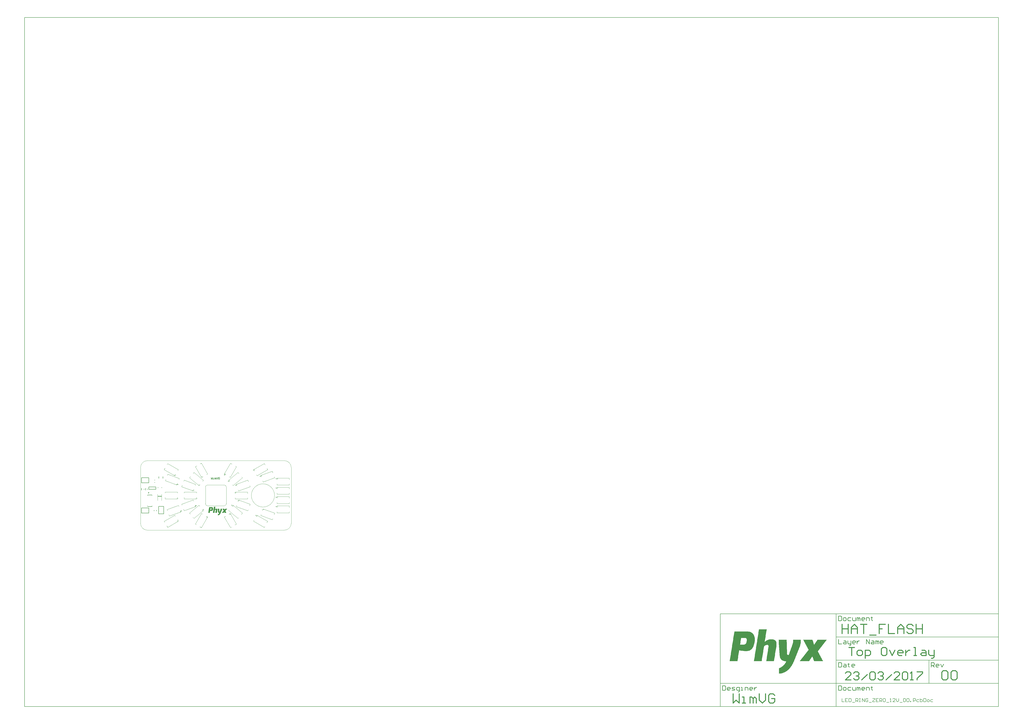
<source format=gto>
G04 Layer_Color=65535*
%FSLAX25Y25*%
%MOIN*%
G70*
G01*
G75*
%ADD11C,0.01575*%
%ADD12C,0.00787*%
%ADD50C,0.00394*%
%ADD51C,0.00984*%
%ADD55C,0.00591*%
G36*
X19050Y-22633D02*
X19000D01*
Y-22733D01*
X18949D01*
Y-22783D01*
X18899D01*
Y-22834D01*
X18849D01*
Y-22934D01*
X18799D01*
Y-22985D01*
X18748D01*
Y-23035D01*
X18698D01*
Y-23135D01*
X18648D01*
Y-23186D01*
X18597D01*
Y-23236D01*
X18547D01*
Y-23286D01*
X18497D01*
Y-23387D01*
X18447D01*
Y-23437D01*
X18396D01*
Y-23487D01*
X18346D01*
Y-23588D01*
X18296D01*
Y-23638D01*
X18246D01*
Y-23688D01*
X18195D01*
Y-23789D01*
X18145D01*
Y-23839D01*
X18095D01*
Y-23889D01*
X18045D01*
Y-23940D01*
X17994D01*
Y-24040D01*
X17944D01*
Y-24090D01*
X17894D01*
Y-24141D01*
X17843D01*
Y-24241D01*
X17793D01*
Y-24292D01*
X17743D01*
Y-24342D01*
X17693D01*
Y-24442D01*
X17642D01*
Y-24493D01*
X17592D01*
Y-24543D01*
X17542D01*
Y-24593D01*
X17492D01*
Y-24694D01*
X17441D01*
Y-24744D01*
X17391D01*
Y-24794D01*
X17341D01*
Y-24895D01*
X17290D01*
Y-24945D01*
X17240D01*
Y-24995D01*
X17190D01*
Y-25096D01*
X17140D01*
Y-25146D01*
X17089D01*
Y-25196D01*
X17039D01*
Y-25247D01*
X16989D01*
Y-25347D01*
X16939D01*
Y-25398D01*
X16888D01*
Y-25448D01*
X16838D01*
Y-25548D01*
X16788D01*
Y-25598D01*
X16737D01*
Y-25649D01*
X16687D01*
Y-25749D01*
X16637D01*
Y-25800D01*
X16587D01*
Y-25850D01*
X16536D01*
Y-25900D01*
X16486D01*
Y-26001D01*
X16436D01*
Y-26051D01*
X16386D01*
Y-26101D01*
X16335D01*
Y-26202D01*
X16285D01*
Y-26252D01*
X16235D01*
Y-26302D01*
X16184D01*
Y-26353D01*
X16134D01*
Y-26503D01*
X16184D01*
Y-26604D01*
X16235D01*
Y-26704D01*
X16285D01*
Y-26805D01*
X16335D01*
Y-26906D01*
X16386D01*
Y-26956D01*
X16436D01*
Y-27056D01*
X16486D01*
Y-27157D01*
X16536D01*
Y-27257D01*
X16587D01*
Y-27358D01*
X16637D01*
Y-27459D01*
X16687D01*
Y-27559D01*
X16737D01*
Y-27660D01*
X16788D01*
Y-27710D01*
X16838D01*
Y-27810D01*
X16888D01*
Y-27911D01*
X16939D01*
Y-28012D01*
X16989D01*
Y-28112D01*
X17039D01*
Y-28213D01*
X17089D01*
Y-28313D01*
X17140D01*
Y-28414D01*
X17190D01*
Y-28464D01*
X17240D01*
Y-28565D01*
X17290D01*
Y-28665D01*
X17341D01*
Y-28765D01*
X17391D01*
Y-28866D01*
X17441D01*
Y-28967D01*
X17492D01*
Y-29067D01*
X17542D01*
Y-29168D01*
X17592D01*
Y-29218D01*
X17642D01*
Y-29318D01*
X17693D01*
Y-29419D01*
X17743D01*
Y-29520D01*
X17793D01*
Y-29620D01*
X17843D01*
Y-29670D01*
X14877D01*
Y-29570D01*
X14827D01*
Y-29469D01*
X14777D01*
Y-29318D01*
X14727D01*
Y-29168D01*
X14676D01*
Y-29067D01*
X14626D01*
Y-28916D01*
X14576D01*
Y-28765D01*
X14526D01*
Y-28615D01*
X14475D01*
Y-28514D01*
X14425D01*
Y-28363D01*
X14375D01*
Y-28213D01*
X14324D01*
Y-28162D01*
X14224D01*
Y-28263D01*
X14174D01*
Y-28313D01*
X14123D01*
Y-28414D01*
X14073D01*
Y-28464D01*
X14023D01*
Y-28565D01*
X13973D01*
Y-28615D01*
X13922D01*
Y-28665D01*
X13872D01*
Y-28765D01*
X13822D01*
Y-28816D01*
X13771D01*
Y-28916D01*
X13721D01*
Y-28967D01*
X13671D01*
Y-29067D01*
X13621D01*
Y-29117D01*
X13570D01*
Y-29218D01*
X13520D01*
Y-29268D01*
X13470D01*
Y-29369D01*
X13420D01*
Y-29419D01*
X13369D01*
Y-29469D01*
X13319D01*
Y-29570D01*
X13269D01*
Y-29620D01*
X13219D01*
Y-29670D01*
X10152D01*
Y-29620D01*
X10202D01*
Y-29570D01*
X10253D01*
Y-29520D01*
X10303D01*
Y-29419D01*
X10353D01*
Y-29369D01*
X10403D01*
Y-29318D01*
X10454D01*
Y-29268D01*
X10504D01*
Y-29168D01*
X10554D01*
Y-29117D01*
X10605D01*
Y-29067D01*
X10655D01*
Y-28967D01*
X10705D01*
Y-28916D01*
X10755D01*
Y-28866D01*
X10806D01*
Y-28816D01*
X10856D01*
Y-28715D01*
X10906D01*
Y-28665D01*
X10956D01*
Y-28615D01*
X11007D01*
Y-28514D01*
X11057D01*
Y-28464D01*
X11107D01*
Y-28414D01*
X11157D01*
Y-28363D01*
X11208D01*
Y-28263D01*
X11258D01*
Y-28213D01*
X11308D01*
Y-28162D01*
X11359D01*
Y-28062D01*
X11409D01*
Y-28012D01*
X11459D01*
Y-27961D01*
X11509D01*
Y-27911D01*
X11560D01*
Y-27810D01*
X11610D01*
Y-27760D01*
X11660D01*
Y-27710D01*
X11710D01*
Y-27660D01*
X11761D01*
Y-27559D01*
X11811D01*
Y-27509D01*
X11861D01*
Y-27459D01*
X11912D01*
Y-27358D01*
X11962D01*
Y-27308D01*
X12012D01*
Y-27257D01*
X12062D01*
Y-27207D01*
X12113D01*
Y-27107D01*
X12163D01*
Y-27056D01*
X12213D01*
Y-27006D01*
X12263D01*
Y-26906D01*
X12314D01*
Y-26855D01*
X12364D01*
Y-26805D01*
X12414D01*
Y-26755D01*
X12465D01*
Y-26654D01*
X12515D01*
Y-26604D01*
X12565D01*
Y-26554D01*
X12615D01*
Y-26453D01*
X12666D01*
Y-26403D01*
X12716D01*
Y-26353D01*
X12766D01*
Y-26302D01*
X12816D01*
Y-26202D01*
X12867D01*
Y-26151D01*
X12917D01*
Y-26101D01*
X12967D01*
Y-26051D01*
X13017D01*
Y-26001D01*
X13068D01*
Y-25850D01*
X13017D01*
Y-25800D01*
X12967D01*
Y-25699D01*
X12917D01*
Y-25598D01*
X12867D01*
Y-25498D01*
X12816D01*
Y-25398D01*
X12766D01*
Y-25347D01*
X12716D01*
Y-25247D01*
X12666D01*
Y-25146D01*
X12615D01*
Y-25046D01*
X12565D01*
Y-24945D01*
X12515D01*
Y-24845D01*
X12465D01*
Y-24744D01*
X12414D01*
Y-24643D01*
X12364D01*
Y-24593D01*
X12314D01*
Y-24493D01*
X12263D01*
Y-24392D01*
X12213D01*
Y-24292D01*
X12163D01*
Y-24191D01*
X12113D01*
Y-24090D01*
X12062D01*
Y-23990D01*
X12012D01*
Y-23889D01*
X11962D01*
Y-23839D01*
X11912D01*
Y-23739D01*
X11861D01*
Y-23638D01*
X11811D01*
Y-23538D01*
X11761D01*
Y-23437D01*
X11710D01*
Y-23336D01*
X11660D01*
Y-23236D01*
X11610D01*
Y-23186D01*
X11560D01*
Y-23085D01*
X11509D01*
Y-22985D01*
X11459D01*
Y-22884D01*
X11409D01*
Y-22783D01*
X11359D01*
Y-22683D01*
X11308D01*
Y-22633D01*
X11258D01*
Y-22582D01*
X14375D01*
Y-22733D01*
X14425D01*
Y-22884D01*
X14475D01*
Y-23035D01*
X14526D01*
Y-23186D01*
X14576D01*
Y-23387D01*
X14626D01*
Y-23487D01*
X14676D01*
Y-23638D01*
X14727D01*
Y-23839D01*
X14777D01*
Y-23990D01*
X14827D01*
Y-24141D01*
X14877D01*
Y-24191D01*
X14978D01*
Y-24090D01*
X15028D01*
Y-24040D01*
X15079D01*
Y-23940D01*
X15129D01*
Y-23889D01*
X15179D01*
Y-23789D01*
X15229D01*
Y-23739D01*
X15280D01*
Y-23638D01*
X15330D01*
Y-23588D01*
X15380D01*
Y-23487D01*
X15430D01*
Y-23437D01*
X15481D01*
Y-23336D01*
X15531D01*
Y-23286D01*
X15581D01*
Y-23186D01*
X15631D01*
Y-23135D01*
X15682D01*
Y-23035D01*
X15732D01*
Y-22934D01*
X15782D01*
Y-22884D01*
X15833D01*
Y-22783D01*
X15883D01*
Y-22733D01*
X15933D01*
Y-22633D01*
X15983D01*
Y-22582D01*
X19050D01*
Y-22633D01*
D02*
G37*
G36*
X-7090Y-19868D02*
X-6688D01*
Y-19918D01*
X-6437D01*
Y-19968D01*
X-6286D01*
Y-20019D01*
X-6135D01*
Y-20069D01*
X-6035D01*
Y-20119D01*
X-5934D01*
Y-20169D01*
X-5834D01*
Y-20220D01*
X-5733D01*
Y-20270D01*
X-5683D01*
Y-20320D01*
X-5582D01*
Y-20370D01*
X-5532D01*
Y-20421D01*
X-5482D01*
Y-20471D01*
X-5432D01*
Y-20521D01*
X-5381D01*
Y-20572D01*
X-5331D01*
Y-20622D01*
X-5281D01*
Y-20672D01*
X-5230D01*
Y-20722D01*
X-5180D01*
Y-20823D01*
X-5130D01*
Y-20873D01*
X-5080D01*
Y-20974D01*
X-5029D01*
Y-21074D01*
X-4979D01*
Y-21175D01*
X-4929D01*
Y-21275D01*
X-4879D01*
Y-21426D01*
X-4828D01*
Y-21627D01*
X-4778D01*
Y-21879D01*
X-4728D01*
Y-23135D01*
X-4778D01*
Y-23538D01*
X-4828D01*
Y-23789D01*
X-4879D01*
Y-23990D01*
X-4929D01*
Y-24191D01*
X-4979D01*
Y-24342D01*
X-5029D01*
Y-24493D01*
X-5080D01*
Y-24643D01*
X-5130D01*
Y-24794D01*
X-5180D01*
Y-24895D01*
X-5230D01*
Y-24995D01*
X-5281D01*
Y-25096D01*
X-5331D01*
Y-25196D01*
X-5381D01*
Y-25247D01*
X-5432D01*
Y-25347D01*
X-5482D01*
Y-25398D01*
X-5532D01*
Y-25498D01*
X-5582D01*
Y-25548D01*
X-5633D01*
Y-25598D01*
X-5683D01*
Y-25649D01*
X-5733D01*
Y-25699D01*
X-5783D01*
Y-25749D01*
X-5834D01*
Y-25800D01*
X-5884D01*
Y-25850D01*
X-5934D01*
Y-25900D01*
X-6035D01*
Y-25950D01*
X-6085D01*
Y-26001D01*
X-6186D01*
Y-26051D01*
X-6236D01*
Y-26101D01*
X-6336D01*
Y-26151D01*
X-6487D01*
Y-26202D01*
X-6638D01*
Y-26252D01*
X-6789D01*
Y-26302D01*
X-7090D01*
Y-26353D01*
X-8347D01*
Y-26302D01*
X-8800D01*
Y-26252D01*
X-9101D01*
Y-26202D01*
X-9353D01*
Y-26151D01*
X-9604D01*
Y-26101D01*
X-9755D01*
Y-26051D01*
X-9855D01*
Y-26202D01*
X-9905D01*
Y-26554D01*
X-9956D01*
Y-26855D01*
X-10006D01*
Y-27157D01*
X-10056D01*
Y-27509D01*
X-10107D01*
Y-27810D01*
X-10157D01*
Y-28112D01*
X-10207D01*
Y-28464D01*
X-10257D01*
Y-28765D01*
X-10308D01*
Y-29117D01*
X-10358D01*
Y-29419D01*
X-10408D01*
Y-29670D01*
X-12972D01*
Y-29419D01*
X-12922D01*
Y-29067D01*
X-12871D01*
Y-28765D01*
X-12821D01*
Y-28464D01*
X-12771D01*
Y-28112D01*
X-12721D01*
Y-27810D01*
X-12670D01*
Y-27509D01*
X-12620D01*
Y-27157D01*
X-12570D01*
Y-26855D01*
X-12520D01*
Y-26554D01*
X-12469D01*
Y-26202D01*
X-12419D01*
Y-25900D01*
X-12369D01*
Y-25598D01*
X-12319D01*
Y-25247D01*
X-12268D01*
Y-24945D01*
X-12218D01*
Y-24643D01*
X-12168D01*
Y-24292D01*
X-12117D01*
Y-23990D01*
X-12067D01*
Y-23688D01*
X-12017D01*
Y-23387D01*
X-11967D01*
Y-23035D01*
X-11916D01*
Y-22733D01*
X-11866D01*
Y-22432D01*
X-11816D01*
Y-22080D01*
X-11766D01*
Y-21778D01*
X-11715D01*
Y-21476D01*
X-11665D01*
Y-21125D01*
X-11615D01*
Y-20873D01*
X-11564D01*
Y-20521D01*
X-11514D01*
Y-20220D01*
X-11464D01*
Y-19868D01*
X-11414D01*
Y-19817D01*
X-7090D01*
Y-19868D01*
D02*
G37*
G36*
X10454Y-22582D02*
X10504D01*
Y-23638D01*
X10454D01*
Y-23940D01*
X10403D01*
Y-24191D01*
X10353D01*
Y-24342D01*
X10303D01*
Y-24543D01*
X10253D01*
Y-24694D01*
X10202D01*
Y-24845D01*
X10152D01*
Y-24995D01*
X10102D01*
Y-25096D01*
X10052D01*
Y-25247D01*
X10001D01*
Y-25347D01*
X9951D01*
Y-25498D01*
X9901D01*
Y-25598D01*
X9850D01*
Y-25749D01*
X9800D01*
Y-25850D01*
X9750D01*
Y-26001D01*
X9700D01*
Y-26101D01*
X9649D01*
Y-26252D01*
X9599D01*
Y-26353D01*
X9549D01*
Y-26503D01*
X9499D01*
Y-26604D01*
X9448D01*
Y-26755D01*
X9398D01*
Y-26855D01*
X9348D01*
Y-27006D01*
X9297D01*
Y-27107D01*
X9247D01*
Y-27257D01*
X9197D01*
Y-27358D01*
X9147D01*
Y-27509D01*
X9097D01*
Y-27609D01*
X9046D01*
Y-27760D01*
X8996D01*
Y-27861D01*
X8946D01*
Y-28012D01*
X8895D01*
Y-28112D01*
X8845D01*
Y-28263D01*
X8795D01*
Y-28363D01*
X8745D01*
Y-28464D01*
X8694D01*
Y-28615D01*
X8644D01*
Y-28715D01*
X8594D01*
Y-28866D01*
X8544D01*
Y-29017D01*
X8493D01*
Y-29117D01*
X8443D01*
Y-29218D01*
X8393D01*
Y-29369D01*
X8342D01*
Y-29469D01*
X8292D01*
Y-29620D01*
X8242D01*
Y-29721D01*
X8192D01*
Y-29871D01*
X8141D01*
Y-29972D01*
X8091D01*
Y-30073D01*
X8041D01*
Y-30173D01*
X7991D01*
Y-30274D01*
X7940D01*
Y-30374D01*
X7890D01*
Y-30475D01*
X7840D01*
Y-30575D01*
X7789D01*
Y-30676D01*
X7739D01*
Y-30776D01*
X7689D01*
Y-30827D01*
X7639D01*
Y-30927D01*
X7588D01*
Y-31028D01*
X7538D01*
Y-31078D01*
X7488D01*
Y-31179D01*
X7438D01*
Y-31279D01*
X7387D01*
Y-31329D01*
X7337D01*
Y-31430D01*
X7287D01*
Y-31480D01*
X7237D01*
Y-31530D01*
X7186D01*
Y-31631D01*
X7136D01*
Y-31681D01*
X7086D01*
Y-31732D01*
X7035D01*
Y-31832D01*
X6985D01*
Y-31882D01*
X6935D01*
Y-31933D01*
X6885D01*
Y-31983D01*
X6834D01*
Y-32033D01*
X6784D01*
Y-32134D01*
X6734D01*
Y-32184D01*
X6684D01*
Y-32234D01*
X6633D01*
Y-32284D01*
X6583D01*
Y-32335D01*
X6533D01*
Y-32385D01*
X6482D01*
Y-32435D01*
X6432D01*
Y-32485D01*
X6382D01*
Y-32536D01*
X6332D01*
Y-32586D01*
X6231D01*
Y-32636D01*
X6181D01*
Y-32687D01*
X6131D01*
Y-32737D01*
X6080D01*
Y-32787D01*
X6030D01*
Y-32837D01*
X5929D01*
Y-32888D01*
X5879D01*
Y-32938D01*
X5779D01*
Y-32988D01*
X5728D01*
Y-33038D01*
X5628D01*
Y-33089D01*
X5578D01*
Y-33139D01*
X5477D01*
Y-33189D01*
X5376D01*
Y-33240D01*
X5326D01*
Y-33290D01*
X5226D01*
Y-33340D01*
X5075D01*
Y-33390D01*
X4974D01*
Y-33441D01*
X4874D01*
Y-33491D01*
X4723D01*
Y-33541D01*
X4572D01*
Y-33591D01*
X4421D01*
Y-33642D01*
X4220D01*
Y-33692D01*
X4019D01*
Y-33742D01*
X3667D01*
Y-33792D01*
X3315D01*
Y-32033D01*
X3366D01*
Y-31983D01*
X3466D01*
Y-31933D01*
X3567D01*
Y-31882D01*
X3667D01*
Y-31832D01*
X3718D01*
Y-31782D01*
X3818D01*
Y-31732D01*
X3919D01*
Y-31681D01*
X4019D01*
Y-31631D01*
X4070D01*
Y-31581D01*
X4170D01*
Y-31530D01*
X4220D01*
Y-31480D01*
X4321D01*
Y-31430D01*
X4371D01*
Y-31380D01*
X4421D01*
Y-31329D01*
X4522D01*
Y-31279D01*
X4572D01*
Y-31229D01*
X4622D01*
Y-31179D01*
X4673D01*
Y-31128D01*
X4723D01*
Y-31078D01*
X4773D01*
Y-31028D01*
X4823D01*
Y-30977D01*
X4874D01*
Y-30927D01*
X4924D01*
Y-30877D01*
X4974D01*
Y-30827D01*
X5025D01*
Y-30776D01*
X5075D01*
Y-30726D01*
X5125D01*
Y-30626D01*
X5175D01*
Y-30575D01*
X5226D01*
Y-30525D01*
X5276D01*
Y-30424D01*
X5326D01*
Y-30374D01*
X5376D01*
Y-30274D01*
X5427D01*
Y-30223D01*
X5477D01*
Y-30123D01*
X5527D01*
Y-30022D01*
X5578D01*
Y-29922D01*
X5628D01*
Y-29821D01*
X5678D01*
Y-29721D01*
X5427D01*
Y-29670D01*
X5025D01*
Y-29620D01*
X4823D01*
Y-29570D01*
X4673D01*
Y-29520D01*
X4572D01*
Y-29469D01*
X4472D01*
Y-29419D01*
X4371D01*
Y-29369D01*
X4271D01*
Y-29318D01*
X4220D01*
Y-29268D01*
X4170D01*
Y-29218D01*
X4070D01*
Y-29117D01*
X4019D01*
Y-29067D01*
X3969D01*
Y-29017D01*
X3919D01*
Y-28967D01*
X3868D01*
Y-28866D01*
X3818D01*
Y-28816D01*
X3768D01*
Y-28715D01*
X3718D01*
Y-28615D01*
X3667D01*
Y-28464D01*
X3617D01*
Y-28313D01*
X3567D01*
Y-28112D01*
X3517D01*
Y-27710D01*
X3466D01*
Y-26906D01*
X3416D01*
Y-26202D01*
X3366D01*
Y-25398D01*
X3315D01*
Y-24593D01*
X3265D01*
Y-23839D01*
X3215D01*
Y-23035D01*
X3165D01*
Y-22582D01*
X5829D01*
Y-24040D01*
X5879D01*
Y-26051D01*
X5929D01*
Y-27257D01*
X5980D01*
Y-27408D01*
X6030D01*
Y-27459D01*
X6080D01*
Y-27509D01*
X6131D01*
Y-27559D01*
X6181D01*
Y-27609D01*
X6332D01*
Y-27660D01*
X6482D01*
Y-27559D01*
X6533D01*
Y-27459D01*
X6583D01*
Y-27308D01*
X6633D01*
Y-27157D01*
X6684D01*
Y-27006D01*
X6734D01*
Y-26906D01*
X6784D01*
Y-26755D01*
X6834D01*
Y-26604D01*
X6885D01*
Y-26453D01*
X6935D01*
Y-26353D01*
X6985D01*
Y-26202D01*
X7035D01*
Y-26051D01*
X7086D01*
Y-25900D01*
X7136D01*
Y-25749D01*
X7186D01*
Y-25649D01*
X7237D01*
Y-25498D01*
X7287D01*
Y-25347D01*
X7337D01*
Y-25196D01*
X7387D01*
Y-25096D01*
X7438D01*
Y-24945D01*
X7488D01*
Y-24794D01*
X7538D01*
Y-24643D01*
X7588D01*
Y-24543D01*
X7639D01*
Y-24392D01*
X7689D01*
Y-24241D01*
X7739D01*
Y-24040D01*
X7789D01*
Y-23839D01*
X7840D01*
Y-23638D01*
X7890D01*
Y-23387D01*
X7940D01*
Y-22985D01*
X7991D01*
Y-22532D01*
X10454D01*
Y-22582D01*
D02*
G37*
G36*
X-756Y-19264D02*
X-807D01*
Y-19566D01*
X-857D01*
Y-19868D01*
X-907D01*
Y-20169D01*
X-958D01*
Y-20521D01*
X-1008D01*
Y-20823D01*
X-1058D01*
Y-21175D01*
X-1108D01*
Y-21476D01*
X-1159D01*
Y-21778D01*
X-1209D01*
Y-22080D01*
X-1259D01*
Y-22432D01*
X-1309D01*
Y-22733D01*
X-1360D01*
Y-23035D01*
X-1410D01*
Y-23236D01*
X-1309D01*
Y-23186D01*
X-1259D01*
Y-23135D01*
X-1209D01*
Y-23085D01*
X-1108D01*
Y-23035D01*
X-1058D01*
Y-22985D01*
X-1008D01*
Y-22934D01*
X-907D01*
Y-22884D01*
X-857D01*
Y-22834D01*
X-756D01*
Y-22783D01*
X-656D01*
Y-22733D01*
X-555D01*
Y-22683D01*
X-455D01*
Y-22633D01*
X-304D01*
Y-22582D01*
X-153D01*
Y-22532D01*
X48D01*
Y-22482D01*
X400D01*
Y-22432D01*
X1103D01*
Y-22482D01*
X1455D01*
Y-22532D01*
X1606D01*
Y-22582D01*
X1757D01*
Y-22633D01*
X1858D01*
Y-22683D01*
X1908D01*
Y-22733D01*
X2008D01*
Y-22783D01*
X2059D01*
Y-22834D01*
X2109D01*
Y-22884D01*
X2159D01*
Y-22934D01*
X2210D01*
Y-22985D01*
X2260D01*
Y-23085D01*
X2310D01*
Y-23186D01*
X2360D01*
Y-23336D01*
X2411D01*
Y-23538D01*
X2461D01*
Y-24643D01*
X2411D01*
Y-24995D01*
X2360D01*
Y-25347D01*
X2310D01*
Y-25649D01*
X2260D01*
Y-25950D01*
X2210D01*
Y-26252D01*
X2159D01*
Y-26604D01*
X2109D01*
Y-26906D01*
X2059D01*
Y-27207D01*
X2008D01*
Y-27559D01*
X1958D01*
Y-27861D01*
X1908D01*
Y-28162D01*
X1858D01*
Y-28514D01*
X1807D01*
Y-28816D01*
X1757D01*
Y-29117D01*
X1707D01*
Y-29469D01*
X1657D01*
Y-29670D01*
X-907D01*
Y-29369D01*
X-857D01*
Y-29067D01*
X-807D01*
Y-28765D01*
X-756D01*
Y-28414D01*
X-706D01*
Y-28112D01*
X-656D01*
Y-27810D01*
X-606D01*
Y-27459D01*
X-555D01*
Y-27157D01*
X-505D01*
Y-26855D01*
X-455D01*
Y-26503D01*
X-404D01*
Y-26202D01*
X-354D01*
Y-25900D01*
X-304D01*
Y-25548D01*
X-254D01*
Y-25247D01*
X-203D01*
Y-24945D01*
X-153D01*
Y-24593D01*
X-203D01*
Y-24493D01*
X-254D01*
Y-24392D01*
X-354D01*
Y-24342D01*
X-958D01*
Y-24392D01*
X-1159D01*
Y-24442D01*
X-1259D01*
Y-24493D01*
X-1360D01*
Y-24543D01*
X-1410D01*
Y-24593D01*
X-1460D01*
Y-24643D01*
X-1510D01*
Y-24694D01*
X-1561D01*
Y-24744D01*
X-1611D01*
Y-24794D01*
X-1661D01*
Y-25046D01*
X-1712D01*
Y-25347D01*
X-1762D01*
Y-25649D01*
X-1812D01*
Y-26001D01*
X-1862D01*
Y-26302D01*
X-1913D01*
Y-26604D01*
X-1963D01*
Y-26956D01*
X-2013D01*
Y-27257D01*
X-2063D01*
Y-27559D01*
X-2114D01*
Y-27911D01*
X-2164D01*
Y-28213D01*
X-2214D01*
Y-28514D01*
X-2265D01*
Y-28816D01*
X-2315D01*
Y-29117D01*
X-2365D01*
Y-29469D01*
X-2415D01*
Y-29670D01*
X-4979D01*
Y-29419D01*
X-4929D01*
Y-29117D01*
X-4879D01*
Y-28765D01*
X-4828D01*
Y-28514D01*
X-4778D01*
Y-28162D01*
X-4728D01*
Y-27861D01*
X-4677D01*
Y-27559D01*
X-4627D01*
Y-27257D01*
X-4577D01*
Y-26906D01*
X-4527D01*
Y-26604D01*
X-4476D01*
Y-26302D01*
X-4426D01*
Y-25950D01*
X-4376D01*
Y-25649D01*
X-4326D01*
Y-25347D01*
X-4275D01*
Y-24995D01*
X-4225D01*
Y-24694D01*
X-4175D01*
Y-24392D01*
X-4124D01*
Y-24040D01*
X-4074D01*
Y-23739D01*
X-4024D01*
Y-23437D01*
X-3974D01*
Y-23135D01*
X-3923D01*
Y-22783D01*
X-3873D01*
Y-22482D01*
X-3823D01*
Y-22180D01*
X-3773D01*
Y-21828D01*
X-3722D01*
Y-21527D01*
X-3672D01*
Y-21225D01*
X-3622D01*
Y-20873D01*
X-3571D01*
Y-20572D01*
X-3521D01*
Y-20270D01*
X-3471D01*
Y-19968D01*
X-3421D01*
Y-19616D01*
X-3370D01*
Y-19315D01*
X-3320D01*
Y-19164D01*
X-756D01*
Y-19264D01*
D02*
G37*
G36*
X1037219Y-245134D02*
X1036933D01*
Y-245421D01*
X1036646D01*
Y-245707D01*
Y-245993D01*
X1036360D01*
Y-246280D01*
X1036074D01*
Y-246566D01*
X1035787D01*
Y-246852D01*
Y-247139D01*
X1035501D01*
Y-247425D01*
X1035215D01*
Y-247711D01*
X1034929D01*
Y-247997D01*
X1034642D01*
Y-248284D01*
Y-248570D01*
X1034356D01*
Y-248856D01*
X1034070D01*
Y-249143D01*
X1033783D01*
Y-249429D01*
Y-249715D01*
X1033497D01*
Y-250002D01*
X1033211D01*
Y-250288D01*
X1032924D01*
Y-250574D01*
X1032638D01*
Y-250861D01*
Y-251147D01*
X1032352D01*
Y-251433D01*
X1032065D01*
Y-251719D01*
X1031779D01*
Y-252006D01*
Y-252292D01*
X1031493D01*
Y-252578D01*
X1031207D01*
Y-252865D01*
X1030920D01*
Y-253151D01*
Y-253437D01*
X1030634D01*
Y-253724D01*
X1030348D01*
Y-254010D01*
X1030061D01*
Y-254296D01*
X1029775D01*
Y-254583D01*
Y-254869D01*
X1029489D01*
Y-255155D01*
X1029202D01*
Y-255442D01*
X1028916D01*
Y-255728D01*
Y-256014D01*
X1028630D01*
Y-256300D01*
X1028343D01*
Y-256587D01*
X1028057D01*
Y-256873D01*
Y-257159D01*
X1027771D01*
Y-257446D01*
X1027484D01*
Y-257732D01*
X1027198D01*
Y-258018D01*
X1026912D01*
Y-258305D01*
Y-258591D01*
X1026625D01*
Y-258877D01*
X1026339D01*
Y-259164D01*
X1026053D01*
Y-259450D01*
Y-259736D01*
X1025766D01*
Y-260023D01*
X1025480D01*
Y-260309D01*
X1025194D01*
Y-260595D01*
Y-260881D01*
X1024908D01*
Y-261168D01*
X1024621D01*
Y-261454D01*
X1024335D01*
Y-261740D01*
X1024049D01*
Y-262027D01*
Y-262313D01*
X1023762D01*
Y-262599D01*
X1023476D01*
Y-262886D01*
X1023190D01*
Y-263172D01*
Y-263458D01*
X1022903D01*
Y-263745D01*
X1022617D01*
Y-264031D01*
X1022331D01*
Y-264317D01*
X1022044D01*
Y-264604D01*
Y-264890D01*
X1022331D01*
Y-265176D01*
Y-265462D01*
X1022617D01*
Y-265749D01*
Y-266035D01*
X1022903D01*
Y-266321D01*
X1023190D01*
Y-266608D01*
Y-266894D01*
X1023476D01*
Y-267180D01*
Y-267467D01*
X1023762D01*
Y-267753D01*
Y-268039D01*
X1024049D01*
Y-268326D01*
Y-268612D01*
X1024335D01*
Y-268898D01*
Y-269185D01*
X1024621D01*
Y-269471D01*
Y-269757D01*
X1024908D01*
Y-270044D01*
Y-270330D01*
X1025194D01*
Y-270616D01*
Y-270902D01*
X1025480D01*
Y-271189D01*
X1025766D01*
Y-271475D01*
Y-271761D01*
X1026053D01*
Y-272048D01*
Y-272334D01*
X1026339D01*
Y-272620D01*
Y-272907D01*
X1026625D01*
Y-273193D01*
Y-273479D01*
X1026912D01*
Y-273766D01*
Y-274052D01*
X1027198D01*
Y-274338D01*
Y-274624D01*
X1027484D01*
Y-274911D01*
Y-275197D01*
X1027771D01*
Y-275483D01*
X1028057D01*
Y-275770D01*
Y-276056D01*
X1028343D01*
Y-276342D01*
Y-276629D01*
X1028630D01*
Y-276915D01*
Y-277201D01*
X1028916D01*
Y-277488D01*
Y-277774D01*
X1029202D01*
Y-278060D01*
Y-278347D01*
X1029489D01*
Y-278633D01*
Y-278919D01*
X1029775D01*
Y-279206D01*
Y-279492D01*
X1030061D01*
Y-279778D01*
X1030348D01*
Y-280065D01*
Y-280351D01*
X1030634D01*
Y-280637D01*
Y-280923D01*
X1030920D01*
Y-281210D01*
X1015746D01*
Y-280923D01*
X1015459D01*
Y-280637D01*
Y-280351D01*
Y-280065D01*
X1015173D01*
Y-279778D01*
Y-279492D01*
Y-279206D01*
X1014887D01*
Y-278919D01*
Y-278633D01*
X1014600D01*
Y-278347D01*
Y-278060D01*
Y-277774D01*
X1014314D01*
Y-277488D01*
Y-277201D01*
Y-276915D01*
X1014028D01*
Y-276629D01*
Y-276342D01*
X1013741D01*
Y-276056D01*
Y-275770D01*
Y-275483D01*
X1013455D01*
Y-275197D01*
Y-274911D01*
Y-274624D01*
X1013169D01*
Y-274338D01*
Y-274052D01*
Y-273766D01*
X1012882D01*
Y-273479D01*
X1012310D01*
Y-273766D01*
Y-274052D01*
X1012024D01*
Y-274338D01*
X1011737D01*
Y-274624D01*
Y-274911D01*
X1011451D01*
Y-275197D01*
X1011165D01*
Y-275483D01*
Y-275770D01*
X1010878D01*
Y-276056D01*
X1010592D01*
Y-276342D01*
Y-276629D01*
X1010306D01*
Y-276915D01*
X1010019D01*
Y-277201D01*
X1009733D01*
Y-277488D01*
Y-277774D01*
X1009447D01*
Y-278060D01*
X1009160D01*
Y-278347D01*
Y-278633D01*
X1008874D01*
Y-278919D01*
X1008588D01*
Y-279206D01*
Y-279492D01*
X1008301D01*
Y-279778D01*
X1008015D01*
Y-280065D01*
Y-280351D01*
X1007729D01*
Y-280637D01*
X1007442D01*
Y-280923D01*
Y-281210D01*
X991409D01*
Y-280923D01*
X991695D01*
Y-280637D01*
X991982D01*
Y-280351D01*
X992268D01*
Y-280065D01*
X992554D01*
Y-279778D01*
Y-279492D01*
X992840D01*
Y-279206D01*
X993127D01*
Y-278919D01*
X993413D01*
Y-278633D01*
X993699D01*
Y-278347D01*
Y-278060D01*
X993986D01*
Y-277774D01*
X994272D01*
Y-277488D01*
X994558D01*
Y-277201D01*
Y-276915D01*
X994845D01*
Y-276629D01*
X995131D01*
Y-276342D01*
X995417D01*
Y-276056D01*
X995704D01*
Y-275770D01*
Y-275483D01*
X995990D01*
Y-275197D01*
X996276D01*
Y-274911D01*
X996563D01*
Y-274624D01*
X996849D01*
Y-274338D01*
Y-274052D01*
X997135D01*
Y-273766D01*
X997421D01*
Y-273479D01*
X997708D01*
Y-273193D01*
Y-272907D01*
X997994D01*
Y-272620D01*
X998281D01*
Y-272334D01*
X998567D01*
Y-272048D01*
X998853D01*
Y-271761D01*
Y-271475D01*
X999139D01*
Y-271189D01*
X999426D01*
Y-270902D01*
X999712D01*
Y-270616D01*
Y-270330D01*
X999998D01*
Y-270044D01*
X1000285D01*
Y-269757D01*
X1000571D01*
Y-269471D01*
X1000857D01*
Y-269185D01*
Y-268898D01*
X1001144D01*
Y-268612D01*
X1001430D01*
Y-268326D01*
X1001716D01*
Y-268039D01*
Y-267753D01*
X1002003D01*
Y-267467D01*
X1002289D01*
Y-267180D01*
X1002575D01*
Y-266894D01*
X1002861D01*
Y-266608D01*
Y-266321D01*
X1003148D01*
Y-266035D01*
X1003434D01*
Y-265749D01*
X1003720D01*
Y-265462D01*
X1004007D01*
Y-265176D01*
Y-264890D01*
X1004293D01*
Y-264604D01*
X1004579D01*
Y-264317D01*
X1004866D01*
Y-264031D01*
Y-263745D01*
X1005152D01*
Y-263458D01*
X1005438D01*
Y-263172D01*
X1005725D01*
Y-262886D01*
X1006011D01*
Y-262599D01*
Y-262313D01*
X1006297D01*
Y-262027D01*
Y-261740D01*
Y-261454D01*
X1006011D01*
Y-261168D01*
X1005725D01*
Y-260881D01*
Y-260595D01*
X1005438D01*
Y-260309D01*
Y-260023D01*
X1005152D01*
Y-259736D01*
Y-259450D01*
X1004866D01*
Y-259164D01*
Y-258877D01*
X1004579D01*
Y-258591D01*
Y-258305D01*
X1004293D01*
Y-258018D01*
Y-257732D01*
X1004007D01*
Y-257446D01*
X1003720D01*
Y-257159D01*
Y-256873D01*
X1003434D01*
Y-256587D01*
Y-256300D01*
X1003148D01*
Y-256014D01*
Y-255728D01*
X1002861D01*
Y-255442D01*
Y-255155D01*
X1002575D01*
Y-254869D01*
Y-254583D01*
X1002289D01*
Y-254296D01*
Y-254010D01*
X1002003D01*
Y-253724D01*
X1001716D01*
Y-253437D01*
Y-253151D01*
X1001430D01*
Y-252865D01*
Y-252578D01*
X1001144D01*
Y-252292D01*
Y-252006D01*
X1000857D01*
Y-251719D01*
Y-251433D01*
X1000571D01*
Y-251147D01*
Y-250861D01*
X1000285D01*
Y-250574D01*
Y-250288D01*
X999998D01*
Y-250002D01*
Y-249715D01*
X999712D01*
Y-249429D01*
X999426D01*
Y-249143D01*
Y-248856D01*
X999139D01*
Y-248570D01*
Y-248284D01*
X998853D01*
Y-247997D01*
Y-247711D01*
X998567D01*
Y-247425D01*
Y-247139D01*
X998281D01*
Y-246852D01*
Y-246566D01*
X997994D01*
Y-246280D01*
Y-245993D01*
X997708D01*
Y-245707D01*
X997421D01*
Y-245421D01*
Y-245134D01*
X997135D01*
Y-244848D01*
X1012882D01*
Y-245134D01*
X1013169D01*
Y-245421D01*
Y-245707D01*
Y-245993D01*
X1013455D01*
Y-246280D01*
Y-246566D01*
Y-246852D01*
X1013741D01*
Y-247139D01*
Y-247425D01*
Y-247711D01*
X1014028D01*
Y-247997D01*
Y-248284D01*
Y-248570D01*
X1014314D01*
Y-248856D01*
Y-249143D01*
Y-249429D01*
X1014600D01*
Y-249715D01*
Y-250002D01*
Y-250288D01*
X1014887D01*
Y-250574D01*
Y-250861D01*
Y-251147D01*
X1015173D01*
Y-251433D01*
Y-251719D01*
Y-252006D01*
X1015459D01*
Y-252292D01*
Y-252578D01*
Y-252865D01*
Y-253151D01*
X1016032D01*
Y-252865D01*
X1016318D01*
Y-252578D01*
X1016605D01*
Y-252292D01*
Y-252006D01*
X1016891D01*
Y-251719D01*
X1017177D01*
Y-251433D01*
Y-251147D01*
X1017463D01*
Y-250861D01*
X1017750D01*
Y-250574D01*
Y-250288D01*
X1018036D01*
Y-250002D01*
X1018322D01*
Y-249715D01*
Y-249429D01*
X1018609D01*
Y-249143D01*
X1018895D01*
Y-248856D01*
Y-248570D01*
X1019181D01*
Y-248284D01*
X1019468D01*
Y-247997D01*
Y-247711D01*
X1019754D01*
Y-247425D01*
X1020040D01*
Y-247139D01*
Y-246852D01*
X1020327D01*
Y-246566D01*
X1020613D01*
Y-246280D01*
Y-245993D01*
X1020899D01*
Y-245707D01*
X1021185D01*
Y-245421D01*
Y-245134D01*
X1021472D01*
Y-244848D01*
X1037219D01*
Y-245134D01*
D02*
G37*
G36*
X904084Y-231105D02*
X905801D01*
Y-231391D01*
X906660D01*
Y-231678D01*
X907519D01*
Y-231964D01*
X908378D01*
Y-232250D01*
X908951D01*
Y-232537D01*
X909237D01*
Y-232823D01*
X909810D01*
Y-233109D01*
X910096D01*
Y-233396D01*
X910669D01*
Y-233682D01*
X910955D01*
Y-233968D01*
X911241D01*
Y-234254D01*
X911528D01*
Y-234541D01*
X911814D01*
Y-234827D01*
X912100D01*
Y-235113D01*
X912387D01*
Y-235400D01*
Y-235686D01*
X912673D01*
Y-235972D01*
X912959D01*
Y-236259D01*
Y-236545D01*
X913246D01*
Y-236831D01*
X913532D01*
Y-237118D01*
Y-237404D01*
X913818D01*
Y-237690D01*
Y-237977D01*
Y-238263D01*
X914104D01*
Y-238549D01*
Y-238835D01*
Y-239122D01*
X914391D01*
Y-239408D01*
Y-239694D01*
Y-239981D01*
Y-240267D01*
X914677D01*
Y-240553D01*
Y-240840D01*
Y-241126D01*
Y-241412D01*
Y-241699D01*
X914963D01*
Y-241985D01*
Y-242271D01*
Y-242558D01*
Y-242844D01*
Y-243130D01*
Y-243416D01*
Y-243703D01*
Y-243989D01*
Y-244275D01*
Y-244562D01*
Y-244848D01*
Y-245134D01*
Y-245421D01*
Y-245707D01*
Y-245993D01*
Y-246280D01*
Y-246566D01*
Y-246852D01*
Y-247139D01*
Y-247425D01*
X914677D01*
Y-247711D01*
Y-247997D01*
Y-248284D01*
Y-248570D01*
Y-248856D01*
Y-249143D01*
Y-249429D01*
X914391D01*
Y-249715D01*
Y-250002D01*
Y-250288D01*
Y-250574D01*
Y-250861D01*
X914104D01*
Y-251147D01*
Y-251433D01*
Y-251719D01*
Y-252006D01*
Y-252292D01*
X913818D01*
Y-252578D01*
Y-252865D01*
Y-253151D01*
X913532D01*
Y-253437D01*
Y-253724D01*
Y-254010D01*
Y-254296D01*
X913246D01*
Y-254583D01*
Y-254869D01*
Y-255155D01*
X912959D01*
Y-255442D01*
Y-255728D01*
X912673D01*
Y-256014D01*
Y-256300D01*
Y-256587D01*
X912387D01*
Y-256873D01*
Y-257159D01*
X912100D01*
Y-257446D01*
Y-257732D01*
X911814D01*
Y-258018D01*
Y-258305D01*
X911528D01*
Y-258591D01*
X911241D01*
Y-258877D01*
Y-259164D01*
X910955D01*
Y-259450D01*
X910669D01*
Y-259736D01*
X910382D01*
Y-260023D01*
Y-260309D01*
X910096D01*
Y-260595D01*
X909810D01*
Y-260881D01*
X909523D01*
Y-261168D01*
X909237D01*
Y-261454D01*
X908951D01*
Y-261740D01*
X908378D01*
Y-262027D01*
X908092D01*
Y-262313D01*
X907519D01*
Y-262599D01*
X907233D01*
Y-262886D01*
X906660D01*
Y-263172D01*
X905801D01*
Y-263458D01*
X904943D01*
Y-263745D01*
X904084D01*
Y-264031D01*
X902366D01*
Y-264317D01*
X897212D01*
Y-264031D01*
X894635D01*
Y-263745D01*
X892631D01*
Y-263458D01*
X891199D01*
Y-263172D01*
X889768D01*
Y-262886D01*
X888336D01*
Y-263172D01*
Y-263458D01*
Y-263745D01*
Y-264031D01*
Y-264317D01*
Y-264604D01*
Y-264890D01*
X888050D01*
Y-265176D01*
Y-265462D01*
Y-265749D01*
Y-266035D01*
Y-266321D01*
Y-266608D01*
X887764D01*
Y-266894D01*
Y-267180D01*
Y-267467D01*
Y-267753D01*
Y-268039D01*
Y-268326D01*
X887477D01*
Y-268612D01*
Y-268898D01*
Y-269185D01*
Y-269471D01*
Y-269757D01*
Y-270044D01*
Y-270330D01*
X887191D01*
Y-270616D01*
Y-270902D01*
Y-271189D01*
Y-271475D01*
Y-271761D01*
Y-272048D01*
X886905D01*
Y-272334D01*
Y-272620D01*
Y-272907D01*
Y-273193D01*
Y-273479D01*
Y-273766D01*
X886619D01*
Y-274052D01*
Y-274338D01*
Y-274624D01*
Y-274911D01*
Y-275197D01*
Y-275483D01*
Y-275770D01*
X886332D01*
Y-276056D01*
Y-276342D01*
Y-276629D01*
Y-276915D01*
Y-277201D01*
Y-277488D01*
X886046D01*
Y-277774D01*
Y-278060D01*
Y-278347D01*
Y-278633D01*
Y-278919D01*
Y-279206D01*
X885760D01*
Y-279492D01*
Y-279778D01*
Y-280065D01*
Y-280351D01*
Y-280637D01*
Y-280923D01*
Y-281210D01*
X872303D01*
Y-280923D01*
X872589D01*
Y-280637D01*
Y-280351D01*
Y-280065D01*
Y-279778D01*
Y-279492D01*
X872875D01*
Y-279206D01*
Y-278919D01*
Y-278633D01*
Y-278347D01*
Y-278060D01*
Y-277774D01*
Y-277488D01*
X873162D01*
Y-277201D01*
Y-276915D01*
Y-276629D01*
Y-276342D01*
Y-276056D01*
Y-275770D01*
X873448D01*
Y-275483D01*
Y-275197D01*
Y-274911D01*
Y-274624D01*
Y-274338D01*
Y-274052D01*
X873734D01*
Y-273766D01*
Y-273479D01*
Y-273193D01*
Y-272907D01*
Y-272620D01*
Y-272334D01*
Y-272048D01*
X874021D01*
Y-271761D01*
Y-271475D01*
Y-271189D01*
Y-270902D01*
Y-270616D01*
Y-270330D01*
X874307D01*
Y-270044D01*
Y-269757D01*
Y-269471D01*
Y-269185D01*
Y-268898D01*
Y-268612D01*
X874593D01*
Y-268326D01*
Y-268039D01*
Y-267753D01*
Y-267467D01*
Y-267180D01*
Y-266894D01*
X874880D01*
Y-266608D01*
Y-266321D01*
Y-266035D01*
Y-265749D01*
Y-265462D01*
Y-265176D01*
Y-264890D01*
X875166D01*
Y-264604D01*
Y-264317D01*
Y-264031D01*
Y-263745D01*
Y-263458D01*
Y-263172D01*
X875452D01*
Y-262886D01*
Y-262599D01*
Y-262313D01*
Y-262027D01*
Y-261740D01*
Y-261454D01*
X875739D01*
Y-261168D01*
Y-260881D01*
Y-260595D01*
Y-260309D01*
Y-260023D01*
Y-259736D01*
X876025D01*
Y-259450D01*
Y-259164D01*
Y-258877D01*
Y-258591D01*
Y-258305D01*
Y-258018D01*
Y-257732D01*
X876311D01*
Y-257446D01*
Y-257159D01*
Y-256873D01*
Y-256587D01*
Y-256300D01*
Y-256014D01*
X876597D01*
Y-255728D01*
Y-255442D01*
Y-255155D01*
Y-254869D01*
Y-254583D01*
Y-254296D01*
X876884D01*
Y-254010D01*
Y-253724D01*
Y-253437D01*
Y-253151D01*
Y-252865D01*
Y-252578D01*
Y-252292D01*
X877170D01*
Y-252006D01*
Y-251719D01*
Y-251433D01*
Y-251147D01*
Y-250861D01*
Y-250574D01*
X877456D01*
Y-250288D01*
Y-250002D01*
Y-249715D01*
Y-249429D01*
Y-249143D01*
Y-248856D01*
X877743D01*
Y-248570D01*
Y-248284D01*
Y-247997D01*
Y-247711D01*
Y-247425D01*
Y-247139D01*
X878029D01*
Y-246852D01*
Y-246566D01*
Y-246280D01*
Y-245993D01*
Y-245707D01*
Y-245421D01*
Y-245134D01*
X878315D01*
Y-244848D01*
Y-244562D01*
Y-244275D01*
Y-243989D01*
Y-243703D01*
Y-243416D01*
X878602D01*
Y-243130D01*
Y-242844D01*
Y-242558D01*
Y-242271D01*
Y-241985D01*
Y-241699D01*
X878888D01*
Y-241412D01*
Y-241126D01*
Y-240840D01*
Y-240553D01*
Y-240267D01*
Y-239981D01*
Y-239694D01*
X879174D01*
Y-239408D01*
Y-239122D01*
Y-238835D01*
Y-238549D01*
Y-238263D01*
Y-237977D01*
X879461D01*
Y-237690D01*
Y-237404D01*
Y-237118D01*
Y-236831D01*
Y-236545D01*
Y-236259D01*
X879747D01*
Y-235972D01*
Y-235686D01*
Y-235400D01*
Y-235113D01*
Y-234827D01*
Y-234541D01*
Y-234254D01*
X880033D01*
Y-233968D01*
Y-233682D01*
Y-233396D01*
Y-233109D01*
Y-232823D01*
Y-232537D01*
X880320D01*
Y-232250D01*
Y-231964D01*
Y-231678D01*
Y-231391D01*
Y-231105D01*
Y-230819D01*
X904084D01*
Y-231105D01*
D02*
G37*
G36*
X993127Y-245134D02*
Y-245421D01*
Y-245707D01*
Y-245993D01*
Y-246280D01*
Y-246566D01*
Y-246852D01*
Y-247139D01*
Y-247425D01*
Y-247711D01*
Y-247997D01*
Y-248284D01*
Y-248570D01*
Y-248856D01*
Y-249143D01*
Y-249429D01*
Y-249715D01*
Y-250002D01*
Y-250288D01*
Y-250574D01*
Y-250861D01*
X992840D01*
Y-251147D01*
Y-251433D01*
Y-251719D01*
Y-252006D01*
Y-252292D01*
X992554D01*
Y-252578D01*
Y-252865D01*
Y-253151D01*
Y-253437D01*
X992268D01*
Y-253724D01*
Y-254010D01*
Y-254296D01*
Y-254583D01*
X991982D01*
Y-254869D01*
Y-255155D01*
Y-255442D01*
X991695D01*
Y-255728D01*
Y-256014D01*
Y-256300D01*
X991409D01*
Y-256587D01*
Y-256873D01*
Y-257159D01*
X991123D01*
Y-257446D01*
Y-257732D01*
Y-258018D01*
X990836D01*
Y-258305D01*
Y-258591D01*
X990550D01*
Y-258877D01*
Y-259164D01*
X990264D01*
Y-259450D01*
Y-259736D01*
Y-260023D01*
X989977D01*
Y-260309D01*
Y-260595D01*
X989691D01*
Y-260881D01*
Y-261168D01*
Y-261454D01*
X989405D01*
Y-261740D01*
Y-262027D01*
X989118D01*
Y-262313D01*
Y-262599D01*
Y-262886D01*
X988832D01*
Y-263172D01*
Y-263458D01*
X988546D01*
Y-263745D01*
Y-264031D01*
Y-264317D01*
X988260D01*
Y-264604D01*
Y-264890D01*
X987973D01*
Y-265176D01*
Y-265462D01*
Y-265749D01*
X987687D01*
Y-266035D01*
Y-266321D01*
X987401D01*
Y-266608D01*
Y-266894D01*
Y-267180D01*
X987114D01*
Y-267467D01*
Y-267753D01*
X986828D01*
Y-268039D01*
Y-268326D01*
Y-268612D01*
X986542D01*
Y-268898D01*
Y-269185D01*
X986255D01*
Y-269471D01*
Y-269757D01*
Y-270044D01*
X985969D01*
Y-270330D01*
Y-270616D01*
X985683D01*
Y-270902D01*
Y-271189D01*
Y-271475D01*
X985396D01*
Y-271761D01*
Y-272048D01*
X985110D01*
Y-272334D01*
Y-272620D01*
Y-272907D01*
X984824D01*
Y-273193D01*
Y-273479D01*
X984537D01*
Y-273766D01*
Y-274052D01*
Y-274338D01*
X984251D01*
Y-274624D01*
Y-274911D01*
X983965D01*
Y-275197D01*
Y-275483D01*
Y-275770D01*
X983679D01*
Y-276056D01*
Y-276342D01*
X983392D01*
Y-276629D01*
Y-276915D01*
Y-277201D01*
X983106D01*
Y-277488D01*
Y-277774D01*
X982820D01*
Y-278060D01*
Y-278347D01*
Y-278633D01*
X982533D01*
Y-278919D01*
Y-279206D01*
X982247D01*
Y-279492D01*
Y-279778D01*
Y-280065D01*
X981961D01*
Y-280351D01*
Y-280637D01*
X981674D01*
Y-280923D01*
Y-281210D01*
Y-281496D01*
X981388D01*
Y-281782D01*
Y-282069D01*
X981102D01*
Y-282355D01*
Y-282641D01*
X980815D01*
Y-282928D01*
Y-283214D01*
X980529D01*
Y-283500D01*
Y-283787D01*
Y-284073D01*
X980243D01*
Y-284359D01*
X979957D01*
Y-284646D01*
Y-284932D01*
Y-285218D01*
X979670D01*
Y-285504D01*
X979384D01*
Y-285791D01*
Y-286077D01*
X979097D01*
Y-286363D01*
Y-286650D01*
X978811D01*
Y-286936D01*
Y-287222D01*
X978525D01*
Y-287509D01*
Y-287795D01*
X978239D01*
Y-288081D01*
X977952D01*
Y-288368D01*
Y-288654D01*
X977666D01*
Y-288940D01*
Y-289227D01*
X977380D01*
Y-289513D01*
X977093D01*
Y-289799D01*
X976807D01*
Y-290085D01*
Y-290372D01*
X976521D01*
Y-290658D01*
X976234D01*
Y-290944D01*
Y-291231D01*
X975948D01*
Y-291517D01*
X975662D01*
Y-291803D01*
X975375D01*
Y-292090D01*
Y-292376D01*
X975089D01*
Y-292662D01*
X974803D01*
Y-292949D01*
X974516D01*
Y-293235D01*
X974230D01*
Y-293521D01*
X973944D01*
Y-293808D01*
Y-294094D01*
X973658D01*
Y-294380D01*
X973371D01*
Y-294666D01*
X973085D01*
Y-294953D01*
X972799D01*
Y-295239D01*
X972512D01*
Y-295525D01*
X972226D01*
Y-295812D01*
X971940D01*
Y-296098D01*
X971367D01*
Y-296384D01*
X971081D01*
Y-296671D01*
X970794D01*
Y-296957D01*
X970508D01*
Y-297243D01*
X970222D01*
Y-297530D01*
X969649D01*
Y-297816D01*
X969363D01*
Y-298102D01*
X968790D01*
Y-298389D01*
X968504D01*
Y-298675D01*
X967931D01*
Y-298961D01*
X967645D01*
Y-299248D01*
X967072D01*
Y-299534D01*
X966500D01*
Y-299820D01*
X965927D01*
Y-300106D01*
X965355D01*
Y-300393D01*
X964782D01*
Y-300679D01*
X963923D01*
Y-300965D01*
X963350D01*
Y-301252D01*
X962491D01*
Y-301538D01*
X961346D01*
Y-301824D01*
X960201D01*
Y-302111D01*
X958483D01*
Y-302397D01*
X956479D01*
Y-302683D01*
X956192D01*
Y-302397D01*
Y-302111D01*
Y-301824D01*
Y-301538D01*
Y-301252D01*
Y-300965D01*
Y-300679D01*
Y-300393D01*
Y-300106D01*
Y-299820D01*
Y-299534D01*
Y-299248D01*
Y-298961D01*
Y-298675D01*
Y-298389D01*
Y-298102D01*
Y-297816D01*
Y-297530D01*
Y-297243D01*
Y-296957D01*
Y-296671D01*
Y-296384D01*
Y-296098D01*
Y-295812D01*
Y-295525D01*
Y-295239D01*
Y-294953D01*
Y-294666D01*
Y-294380D01*
Y-294094D01*
Y-293808D01*
Y-293521D01*
Y-293235D01*
X956765D01*
Y-292949D01*
X957338D01*
Y-292662D01*
X957910D01*
Y-292376D01*
X958483D01*
Y-292090D01*
X959056D01*
Y-291803D01*
X959628D01*
Y-291517D01*
X959915D01*
Y-291231D01*
X960487D01*
Y-290944D01*
X960773D01*
Y-290658D01*
X961346D01*
Y-290372D01*
X961632D01*
Y-290085D01*
X961919D01*
Y-289799D01*
X962491D01*
Y-289513D01*
X962778D01*
Y-289227D01*
X963064D01*
Y-288940D01*
X963350D01*
Y-288654D01*
X963637D01*
Y-288368D01*
X963923D01*
Y-288081D01*
X964209D01*
Y-287795D01*
X964496D01*
Y-287509D01*
X964782D01*
Y-287222D01*
X965068D01*
Y-286936D01*
X965355D01*
Y-286650D01*
X965641D01*
Y-286363D01*
Y-286077D01*
X965927D01*
Y-285791D01*
X966213D01*
Y-285504D01*
X966500D01*
Y-285218D01*
Y-284932D01*
X966786D01*
Y-284646D01*
X967072D01*
Y-284359D01*
Y-284073D01*
X967359D01*
Y-283787D01*
Y-283500D01*
X967645D01*
Y-283214D01*
X967931D01*
Y-282928D01*
Y-282641D01*
X968218D01*
Y-282355D01*
Y-282069D01*
X968504D01*
Y-281782D01*
Y-281496D01*
X966786D01*
Y-281210D01*
X964782D01*
Y-280923D01*
X963637D01*
Y-280637D01*
X963064D01*
Y-280351D01*
X962205D01*
Y-280065D01*
X961632D01*
Y-279778D01*
X961346D01*
Y-279492D01*
X960773D01*
Y-279206D01*
X960487D01*
Y-278919D01*
X960201D01*
Y-278633D01*
X959915D01*
Y-278347D01*
X959628D01*
Y-278060D01*
X959342D01*
Y-277774D01*
Y-277488D01*
X959056D01*
Y-277201D01*
X958769D01*
Y-276915D01*
Y-276629D01*
X958483D01*
Y-276342D01*
Y-276056D01*
X958197D01*
Y-275770D01*
Y-275483D01*
X957910D01*
Y-275197D01*
Y-274911D01*
Y-274624D01*
X957624D01*
Y-274338D01*
Y-274052D01*
Y-273766D01*
Y-273479D01*
X957338D01*
Y-273193D01*
Y-272907D01*
Y-272620D01*
Y-272334D01*
Y-272048D01*
Y-271761D01*
Y-271475D01*
X957051D01*
Y-271189D01*
Y-270902D01*
Y-270616D01*
Y-270330D01*
Y-270044D01*
Y-269757D01*
Y-269471D01*
Y-269185D01*
Y-268898D01*
Y-268612D01*
Y-268326D01*
Y-268039D01*
Y-267753D01*
Y-267467D01*
Y-267180D01*
X956765D01*
Y-266894D01*
Y-266608D01*
Y-266321D01*
Y-266035D01*
Y-265749D01*
Y-265462D01*
Y-265176D01*
Y-264890D01*
Y-264604D01*
Y-264317D01*
Y-264031D01*
Y-263745D01*
Y-263458D01*
Y-263172D01*
Y-262886D01*
X956479D01*
Y-262599D01*
Y-262313D01*
Y-262027D01*
Y-261740D01*
Y-261454D01*
Y-261168D01*
Y-260881D01*
Y-260595D01*
Y-260309D01*
Y-260023D01*
Y-259736D01*
Y-259450D01*
Y-259164D01*
Y-258877D01*
Y-258591D01*
Y-258305D01*
X956192D01*
Y-258018D01*
Y-257732D01*
Y-257446D01*
Y-257159D01*
Y-256873D01*
Y-256587D01*
Y-256300D01*
Y-256014D01*
Y-255728D01*
Y-255442D01*
Y-255155D01*
Y-254869D01*
Y-254583D01*
Y-254296D01*
Y-254010D01*
Y-253724D01*
X955906D01*
Y-253437D01*
Y-253151D01*
Y-252865D01*
Y-252578D01*
Y-252292D01*
Y-252006D01*
Y-251719D01*
Y-251433D01*
Y-251147D01*
Y-250861D01*
Y-250574D01*
Y-250288D01*
Y-250002D01*
Y-249715D01*
X955620D01*
Y-249429D01*
Y-249143D01*
Y-248856D01*
Y-248570D01*
Y-248284D01*
Y-247997D01*
Y-247711D01*
Y-247425D01*
Y-247139D01*
Y-246852D01*
Y-246566D01*
Y-246280D01*
Y-245993D01*
Y-245707D01*
Y-245421D01*
Y-245134D01*
X955334D01*
Y-244848D01*
X969077D01*
Y-245134D01*
Y-245421D01*
Y-245707D01*
Y-245993D01*
Y-246280D01*
Y-246566D01*
Y-246852D01*
Y-247139D01*
Y-247425D01*
Y-247711D01*
Y-247997D01*
Y-248284D01*
Y-248570D01*
Y-248856D01*
X969363D01*
Y-249143D01*
Y-249429D01*
Y-249715D01*
Y-250002D01*
Y-250288D01*
Y-250574D01*
Y-250861D01*
Y-251147D01*
Y-251433D01*
Y-251719D01*
Y-252006D01*
Y-252292D01*
Y-252578D01*
Y-252865D01*
Y-253151D01*
Y-253437D01*
Y-253724D01*
Y-254010D01*
Y-254296D01*
Y-254583D01*
Y-254869D01*
Y-255155D01*
Y-255442D01*
Y-255728D01*
Y-256014D01*
Y-256300D01*
Y-256587D01*
Y-256873D01*
Y-257159D01*
Y-257446D01*
Y-257732D01*
Y-258018D01*
Y-258305D01*
Y-258591D01*
Y-258877D01*
Y-259164D01*
Y-259450D01*
Y-259736D01*
Y-260023D01*
Y-260309D01*
Y-260595D01*
X969649D01*
Y-260881D01*
X969363D01*
Y-261168D01*
Y-261454D01*
X969649D01*
Y-261740D01*
Y-262027D01*
Y-262313D01*
Y-262599D01*
Y-262886D01*
Y-263172D01*
Y-263458D01*
Y-263745D01*
Y-264031D01*
Y-264317D01*
Y-264604D01*
Y-264890D01*
Y-265176D01*
Y-265462D01*
Y-265749D01*
Y-266035D01*
Y-266321D01*
Y-266608D01*
Y-266894D01*
Y-267180D01*
Y-267467D01*
Y-267753D01*
Y-268039D01*
Y-268326D01*
Y-268612D01*
Y-268898D01*
X969936D01*
Y-269185D01*
Y-269471D01*
Y-269757D01*
X970222D01*
Y-270044D01*
X970508D01*
Y-270330D01*
X970794D01*
Y-270616D01*
X971653D01*
Y-270902D01*
X972512D01*
Y-270616D01*
X972799D01*
Y-270330D01*
Y-270044D01*
Y-269757D01*
X973085D01*
Y-269471D01*
Y-269185D01*
X973371D01*
Y-268898D01*
Y-268612D01*
Y-268326D01*
X973658D01*
Y-268039D01*
Y-267753D01*
Y-267467D01*
X973944D01*
Y-267180D01*
Y-266894D01*
Y-266608D01*
X974230D01*
Y-266321D01*
Y-266035D01*
Y-265749D01*
X974516D01*
Y-265462D01*
Y-265176D01*
X974803D01*
Y-264890D01*
Y-264604D01*
Y-264317D01*
X975089D01*
Y-264031D01*
Y-263745D01*
Y-263458D01*
X975375D01*
Y-263172D01*
Y-262886D01*
Y-262599D01*
X975662D01*
Y-262313D01*
Y-262027D01*
X975948D01*
Y-261740D01*
Y-261454D01*
Y-261168D01*
X976234D01*
Y-260881D01*
Y-260595D01*
Y-260309D01*
X976521D01*
Y-260023D01*
Y-259736D01*
Y-259450D01*
X976807D01*
Y-259164D01*
Y-258877D01*
X977093D01*
Y-258591D01*
Y-258305D01*
Y-258018D01*
X977380D01*
Y-257732D01*
Y-257446D01*
Y-257159D01*
X977666D01*
Y-256873D01*
Y-256587D01*
Y-256300D01*
X977952D01*
Y-256014D01*
Y-255728D01*
X978239D01*
Y-255442D01*
Y-255155D01*
Y-254869D01*
X978525D01*
Y-254583D01*
Y-254296D01*
Y-254010D01*
X978811D01*
Y-253724D01*
Y-253437D01*
Y-253151D01*
X979097D01*
Y-252865D01*
Y-252578D01*
Y-252292D01*
Y-252006D01*
X979384D01*
Y-251719D01*
Y-251433D01*
Y-251147D01*
Y-250861D01*
X979670D01*
Y-250574D01*
Y-250288D01*
Y-250002D01*
Y-249715D01*
Y-249429D01*
X979957D01*
Y-249143D01*
Y-248856D01*
Y-248570D01*
Y-248284D01*
Y-247997D01*
Y-247711D01*
X980243D01*
Y-247425D01*
Y-247139D01*
Y-246852D01*
Y-246566D01*
Y-246280D01*
Y-245993D01*
Y-245707D01*
Y-245421D01*
Y-245134D01*
Y-244848D01*
X993127D01*
Y-245134D01*
D02*
G37*
G36*
X935292Y-227669D02*
Y-227956D01*
X935005D01*
Y-228242D01*
Y-228528D01*
Y-228815D01*
Y-229101D01*
Y-229387D01*
Y-229673D01*
X934719D01*
Y-229960D01*
Y-230246D01*
Y-230532D01*
Y-230819D01*
Y-231105D01*
Y-231391D01*
X934433D01*
Y-231678D01*
Y-231964D01*
Y-232250D01*
Y-232537D01*
Y-232823D01*
Y-233109D01*
Y-233396D01*
X934146D01*
Y-233682D01*
Y-233968D01*
Y-234254D01*
Y-234541D01*
Y-234827D01*
Y-235113D01*
X933860D01*
Y-235400D01*
Y-235686D01*
Y-235972D01*
Y-236259D01*
Y-236545D01*
Y-236831D01*
X933574D01*
Y-237118D01*
Y-237404D01*
Y-237690D01*
Y-237977D01*
Y-238263D01*
Y-238549D01*
Y-238835D01*
X933288D01*
Y-239122D01*
Y-239408D01*
Y-239694D01*
Y-239981D01*
Y-240267D01*
Y-240553D01*
X933001D01*
Y-240840D01*
Y-241126D01*
Y-241412D01*
Y-241699D01*
Y-241985D01*
Y-242271D01*
X932715D01*
Y-242558D01*
Y-242844D01*
Y-243130D01*
Y-243416D01*
Y-243703D01*
Y-243989D01*
X932428D01*
Y-244275D01*
Y-244562D01*
Y-244848D01*
Y-245134D01*
Y-245421D01*
Y-245707D01*
Y-245993D01*
X932142D01*
Y-246280D01*
Y-246566D01*
Y-246852D01*
Y-247139D01*
Y-247425D01*
Y-247711D01*
X931856D01*
Y-247997D01*
Y-248284D01*
X932428D01*
Y-247997D01*
X932715D01*
Y-247711D01*
X933001D01*
Y-247425D01*
X933574D01*
Y-247139D01*
X933860D01*
Y-246852D01*
X934146D01*
Y-246566D01*
X934719D01*
Y-246280D01*
X935292D01*
Y-245993D01*
X935578D01*
Y-245707D01*
X936151D01*
Y-245421D01*
X937010D01*
Y-245134D01*
X937582D01*
Y-244848D01*
X938441D01*
Y-244562D01*
X939873D01*
Y-244275D01*
X946171D01*
Y-244562D01*
X947317D01*
Y-244848D01*
X948176D01*
Y-245134D01*
X948748D01*
Y-245421D01*
X949035D01*
Y-245707D01*
X949607D01*
Y-245993D01*
X949894D01*
Y-246280D01*
X950180D01*
Y-246566D01*
X950466D01*
Y-246852D01*
X950753D01*
Y-247139D01*
Y-247425D01*
X951039D01*
Y-247711D01*
Y-247997D01*
X951325D01*
Y-248284D01*
Y-248570D01*
Y-248856D01*
X951612D01*
Y-249143D01*
Y-249429D01*
Y-249715D01*
Y-250002D01*
X951898D01*
Y-250288D01*
Y-250574D01*
Y-250861D01*
Y-251147D01*
Y-251433D01*
Y-251719D01*
Y-252006D01*
Y-252292D01*
Y-252578D01*
Y-252865D01*
Y-253151D01*
Y-253437D01*
Y-253724D01*
Y-254010D01*
Y-254296D01*
Y-254583D01*
Y-254869D01*
Y-255155D01*
X951612D01*
Y-255442D01*
Y-255728D01*
Y-256014D01*
Y-256300D01*
Y-256587D01*
Y-256873D01*
Y-257159D01*
X951325D01*
Y-257446D01*
Y-257732D01*
Y-258018D01*
Y-258305D01*
Y-258591D01*
Y-258877D01*
Y-259164D01*
X951039D01*
Y-259450D01*
Y-259736D01*
Y-260023D01*
Y-260309D01*
Y-260595D01*
Y-260881D01*
X950753D01*
Y-261168D01*
Y-261454D01*
Y-261740D01*
Y-262027D01*
Y-262313D01*
Y-262599D01*
X950466D01*
Y-262886D01*
Y-263172D01*
Y-263458D01*
Y-263745D01*
Y-264031D01*
Y-264317D01*
X950180D01*
Y-264604D01*
Y-264890D01*
Y-265176D01*
Y-265462D01*
Y-265749D01*
Y-266035D01*
Y-266321D01*
X949894D01*
Y-266608D01*
Y-266894D01*
Y-267180D01*
Y-267467D01*
Y-267753D01*
Y-268039D01*
X949607D01*
Y-268326D01*
Y-268612D01*
Y-268898D01*
Y-269185D01*
Y-269471D01*
Y-269757D01*
X949321D01*
Y-270044D01*
Y-270330D01*
Y-270616D01*
Y-270902D01*
Y-271189D01*
Y-271475D01*
Y-271761D01*
X949035D01*
Y-272048D01*
Y-272334D01*
Y-272620D01*
Y-272907D01*
Y-273193D01*
Y-273479D01*
X948748D01*
Y-273766D01*
Y-274052D01*
Y-274338D01*
Y-274624D01*
Y-274911D01*
Y-275197D01*
X948462D01*
Y-275483D01*
Y-275770D01*
Y-276056D01*
Y-276342D01*
Y-276629D01*
Y-276915D01*
X948176D01*
Y-277201D01*
Y-277488D01*
Y-277774D01*
Y-278060D01*
Y-278347D01*
Y-278633D01*
Y-278919D01*
X947889D01*
Y-279206D01*
Y-279492D01*
Y-279778D01*
Y-280065D01*
Y-280351D01*
Y-280637D01*
X947603D01*
Y-280923D01*
Y-281210D01*
X934433D01*
Y-280923D01*
Y-280637D01*
X934719D01*
Y-280351D01*
Y-280065D01*
Y-279778D01*
Y-279492D01*
Y-279206D01*
Y-278919D01*
X935005D01*
Y-278633D01*
Y-278347D01*
Y-278060D01*
Y-277774D01*
Y-277488D01*
Y-277201D01*
Y-276915D01*
X935292D01*
Y-276629D01*
Y-276342D01*
Y-276056D01*
Y-275770D01*
Y-275483D01*
Y-275197D01*
X935578D01*
Y-274911D01*
Y-274624D01*
Y-274338D01*
Y-274052D01*
Y-273766D01*
Y-273479D01*
X935864D01*
Y-273193D01*
Y-272907D01*
Y-272620D01*
Y-272334D01*
Y-272048D01*
Y-271761D01*
Y-271475D01*
X936151D01*
Y-271189D01*
Y-270902D01*
Y-270616D01*
Y-270330D01*
Y-270044D01*
Y-269757D01*
X936437D01*
Y-269471D01*
Y-269185D01*
Y-268898D01*
Y-268612D01*
Y-268326D01*
Y-268039D01*
Y-267753D01*
X936723D01*
Y-267467D01*
Y-267180D01*
Y-266894D01*
Y-266608D01*
Y-266321D01*
Y-266035D01*
X937010D01*
Y-265749D01*
Y-265462D01*
Y-265176D01*
Y-264890D01*
Y-264604D01*
Y-264317D01*
X937296D01*
Y-264031D01*
Y-263745D01*
Y-263458D01*
Y-263172D01*
Y-262886D01*
Y-262599D01*
X937582D01*
Y-262313D01*
Y-262027D01*
Y-261740D01*
Y-261454D01*
Y-261168D01*
Y-260881D01*
Y-260595D01*
X937868D01*
Y-260309D01*
Y-260023D01*
Y-259736D01*
Y-259450D01*
Y-259164D01*
Y-258877D01*
X938155D01*
Y-258591D01*
Y-258305D01*
Y-258018D01*
Y-257732D01*
Y-257446D01*
Y-257159D01*
Y-256873D01*
X938441D01*
Y-256587D01*
Y-256300D01*
Y-256014D01*
Y-255728D01*
Y-255442D01*
Y-255155D01*
X938155D01*
Y-254869D01*
Y-254583D01*
X937868D01*
Y-254296D01*
X937582D01*
Y-254010D01*
X937010D01*
Y-253724D01*
X935292D01*
Y-254010D01*
X933860D01*
Y-254296D01*
X933001D01*
Y-254583D01*
X932428D01*
Y-254869D01*
X932142D01*
Y-255155D01*
X931570D01*
Y-255442D01*
X931283D01*
Y-255728D01*
X930997D01*
Y-256014D01*
Y-256300D01*
X930711D01*
Y-256587D01*
Y-256873D01*
Y-257159D01*
X930424D01*
Y-257446D01*
Y-257732D01*
Y-258018D01*
Y-258305D01*
Y-258591D01*
Y-258877D01*
X930138D01*
Y-259164D01*
Y-259450D01*
Y-259736D01*
Y-260023D01*
Y-260309D01*
Y-260595D01*
Y-260881D01*
X929852D01*
Y-261168D01*
Y-261454D01*
Y-261740D01*
Y-262027D01*
Y-262313D01*
Y-262599D01*
X929565D01*
Y-262886D01*
Y-263172D01*
Y-263458D01*
Y-263745D01*
Y-264031D01*
Y-264317D01*
X929279D01*
Y-264604D01*
Y-264890D01*
Y-265176D01*
Y-265462D01*
Y-265749D01*
Y-266035D01*
X928993D01*
Y-266321D01*
Y-266608D01*
Y-266894D01*
Y-267180D01*
Y-267467D01*
Y-267753D01*
Y-268039D01*
X928706D01*
Y-268326D01*
Y-268612D01*
Y-268898D01*
Y-269185D01*
Y-269471D01*
Y-269757D01*
X928420D01*
Y-270044D01*
Y-270330D01*
Y-270616D01*
Y-270902D01*
Y-271189D01*
Y-271475D01*
X928134D01*
Y-271761D01*
Y-272048D01*
Y-272334D01*
Y-272620D01*
Y-272907D01*
Y-273193D01*
Y-273479D01*
X927847D01*
Y-273766D01*
Y-274052D01*
Y-274338D01*
Y-274624D01*
Y-274911D01*
Y-275197D01*
X927561D01*
Y-275483D01*
Y-275770D01*
Y-276056D01*
Y-276342D01*
Y-276629D01*
Y-276915D01*
X927275D01*
Y-277201D01*
Y-277488D01*
Y-277774D01*
Y-278060D01*
Y-278347D01*
Y-278633D01*
X926989D01*
Y-278919D01*
Y-279206D01*
Y-279492D01*
Y-279778D01*
Y-280065D01*
Y-280351D01*
Y-280637D01*
X926702D01*
Y-280923D01*
Y-281210D01*
X913532D01*
Y-280923D01*
Y-280637D01*
X913818D01*
Y-280351D01*
Y-280065D01*
Y-279778D01*
Y-279492D01*
Y-279206D01*
Y-278919D01*
Y-278633D01*
X914104D01*
Y-278347D01*
Y-278060D01*
Y-277774D01*
Y-277488D01*
Y-277201D01*
Y-276915D01*
X914391D01*
Y-276629D01*
Y-276342D01*
Y-276056D01*
Y-275770D01*
Y-275483D01*
Y-275197D01*
X914677D01*
Y-274911D01*
Y-274624D01*
Y-274338D01*
Y-274052D01*
Y-273766D01*
Y-273479D01*
Y-273193D01*
X914963D01*
Y-272907D01*
Y-272620D01*
Y-272334D01*
Y-272048D01*
Y-271761D01*
Y-271475D01*
X915250D01*
Y-271189D01*
Y-270902D01*
Y-270616D01*
Y-270330D01*
Y-270044D01*
Y-269757D01*
X915536D01*
Y-269471D01*
Y-269185D01*
Y-268898D01*
Y-268612D01*
Y-268326D01*
Y-268039D01*
X915822D01*
Y-267753D01*
Y-267467D01*
Y-267180D01*
Y-266894D01*
Y-266608D01*
Y-266321D01*
Y-266035D01*
X916109D01*
Y-265749D01*
Y-265462D01*
Y-265176D01*
Y-264890D01*
Y-264604D01*
Y-264317D01*
X916395D01*
Y-264031D01*
Y-263745D01*
Y-263458D01*
Y-263172D01*
Y-262886D01*
Y-262599D01*
X916681D01*
Y-262313D01*
Y-262027D01*
Y-261740D01*
Y-261454D01*
Y-261168D01*
Y-260881D01*
Y-260595D01*
X916968D01*
Y-260309D01*
Y-260023D01*
Y-259736D01*
Y-259450D01*
Y-259164D01*
Y-258877D01*
X917254D01*
Y-258591D01*
Y-258305D01*
Y-258018D01*
Y-257732D01*
Y-257446D01*
Y-257159D01*
X917540D01*
Y-256873D01*
Y-256587D01*
Y-256300D01*
Y-256014D01*
Y-255728D01*
Y-255442D01*
X917827D01*
Y-255155D01*
Y-254869D01*
Y-254583D01*
Y-254296D01*
Y-254010D01*
Y-253724D01*
Y-253437D01*
X918113D01*
Y-253151D01*
Y-252865D01*
Y-252578D01*
Y-252292D01*
Y-252006D01*
Y-251719D01*
X918399D01*
Y-251433D01*
Y-251147D01*
Y-250861D01*
Y-250574D01*
Y-250288D01*
Y-250002D01*
X918686D01*
Y-249715D01*
Y-249429D01*
Y-249143D01*
Y-248856D01*
Y-248570D01*
Y-248284D01*
X918972D01*
Y-247997D01*
Y-247711D01*
Y-247425D01*
Y-247139D01*
Y-246852D01*
Y-246566D01*
Y-246280D01*
X919258D01*
Y-245993D01*
Y-245707D01*
Y-245421D01*
Y-245134D01*
Y-244848D01*
Y-244562D01*
X919544D01*
Y-244275D01*
Y-243989D01*
Y-243703D01*
Y-243416D01*
Y-243130D01*
Y-242844D01*
X919831D01*
Y-242558D01*
Y-242271D01*
Y-241985D01*
Y-241699D01*
Y-241412D01*
Y-241126D01*
Y-240840D01*
X920117D01*
Y-240553D01*
Y-240267D01*
Y-239981D01*
Y-239694D01*
Y-239408D01*
Y-239122D01*
X920403D01*
Y-238835D01*
Y-238549D01*
Y-238263D01*
Y-237977D01*
Y-237690D01*
Y-237404D01*
X920690D01*
Y-237118D01*
Y-236831D01*
Y-236545D01*
Y-236259D01*
Y-235972D01*
Y-235686D01*
X920976D01*
Y-235400D01*
Y-235113D01*
Y-234827D01*
Y-234541D01*
Y-234254D01*
Y-233968D01*
Y-233682D01*
X921262D01*
Y-233396D01*
Y-233109D01*
Y-232823D01*
Y-232537D01*
Y-232250D01*
Y-231964D01*
X921549D01*
Y-231678D01*
Y-231391D01*
Y-231105D01*
Y-230819D01*
Y-230532D01*
Y-230246D01*
X921835D01*
Y-229960D01*
Y-229673D01*
Y-229387D01*
Y-229101D01*
Y-228815D01*
Y-228528D01*
Y-228242D01*
X922121D01*
Y-227956D01*
Y-227669D01*
Y-227383D01*
X935292D01*
Y-227669D01*
D02*
G37*
%LPC*%
G36*
X-7694Y-22029D02*
X-9202D01*
Y-22080D01*
Y-22130D01*
X-9252D01*
Y-22180D01*
Y-22230D01*
Y-22281D01*
Y-22331D01*
Y-22381D01*
Y-22432D01*
Y-22482D01*
X-9302D01*
Y-22532D01*
Y-22582D01*
Y-22633D01*
Y-22683D01*
Y-22733D01*
Y-22783D01*
X-9353D01*
Y-22834D01*
Y-22884D01*
Y-22934D01*
Y-22985D01*
Y-23035D01*
Y-23085D01*
X-9403D01*
Y-23135D01*
Y-23186D01*
Y-23236D01*
Y-23286D01*
Y-23336D01*
Y-23387D01*
X-9453D01*
Y-23437D01*
Y-23487D01*
Y-23538D01*
Y-23588D01*
Y-23638D01*
Y-23688D01*
X-9503D01*
Y-23739D01*
Y-23789D01*
Y-23839D01*
Y-23889D01*
Y-23940D01*
Y-23990D01*
X-9554D01*
Y-24040D01*
Y-24090D01*
Y-24141D01*
Y-24191D01*
X-8146D01*
Y-24141D01*
X-7945D01*
Y-24090D01*
X-7895D01*
Y-24040D01*
X-7794D01*
Y-23990D01*
X-7744D01*
Y-23940D01*
X-7694D01*
Y-23889D01*
X-7643D01*
Y-23839D01*
Y-23789D01*
X-7593D01*
Y-23739D01*
X-7543D01*
Y-23688D01*
Y-23638D01*
X-7493D01*
Y-23588D01*
Y-23538D01*
Y-23487D01*
X-7442D01*
Y-23437D01*
Y-23387D01*
Y-23336D01*
Y-23286D01*
X-7392D01*
Y-23236D01*
Y-23186D01*
Y-23135D01*
Y-23085D01*
Y-23035D01*
X-7342D01*
Y-22985D01*
Y-22934D01*
Y-22884D01*
Y-22834D01*
Y-22783D01*
Y-22733D01*
Y-22683D01*
Y-22633D01*
Y-22582D01*
Y-22532D01*
Y-22482D01*
Y-22432D01*
X-7392D01*
Y-22381D01*
Y-22331D01*
Y-22281D01*
X-7442D01*
Y-22230D01*
X-7493D01*
Y-22180D01*
X-7543D01*
Y-22130D01*
X-7593D01*
Y-22080D01*
X-7694D01*
Y-22029D01*
D02*
G37*
G36*
X899789Y-241985D02*
X891772D01*
Y-242271D01*
Y-242558D01*
Y-242844D01*
Y-243130D01*
Y-243416D01*
X891486D01*
Y-243703D01*
Y-243989D01*
Y-244275D01*
Y-244562D01*
Y-244848D01*
Y-245134D01*
X891199D01*
Y-245421D01*
Y-245707D01*
Y-245993D01*
Y-246280D01*
Y-246566D01*
Y-246852D01*
X890913D01*
Y-247139D01*
Y-247425D01*
Y-247711D01*
Y-247997D01*
Y-248284D01*
Y-248570D01*
X890627D01*
Y-248856D01*
Y-249143D01*
Y-249429D01*
Y-249715D01*
Y-250002D01*
Y-250288D01*
Y-250574D01*
X890341D01*
Y-250861D01*
Y-251147D01*
Y-251433D01*
Y-251719D01*
Y-252006D01*
Y-252292D01*
X890054D01*
Y-252578D01*
Y-252865D01*
Y-253151D01*
X897212D01*
Y-252865D01*
X898357D01*
Y-252578D01*
X898930D01*
Y-252292D01*
X899216D01*
Y-252006D01*
X899502D01*
Y-251719D01*
X899789D01*
Y-251433D01*
X900075D01*
Y-251147D01*
Y-250861D01*
X900362D01*
Y-250574D01*
Y-250288D01*
X900648D01*
Y-250002D01*
Y-249715D01*
X900934D01*
Y-249429D01*
Y-249143D01*
Y-248856D01*
Y-248570D01*
X901220D01*
Y-248284D01*
Y-247997D01*
Y-247711D01*
Y-247425D01*
Y-247139D01*
X901507D01*
Y-246852D01*
Y-246566D01*
Y-246280D01*
Y-245993D01*
Y-245707D01*
Y-245421D01*
Y-245134D01*
Y-244848D01*
Y-244562D01*
Y-244275D01*
Y-243989D01*
X901220D01*
Y-243703D01*
Y-243416D01*
X900934D01*
Y-243130D01*
Y-242844D01*
X900648D01*
Y-242558D01*
X900362D01*
Y-242271D01*
X899789D01*
Y-241985D01*
D02*
G37*
%LPD*%
D11*
X1074803Y-257878D02*
X1083986D01*
X1079395D01*
Y-271654D01*
X1090874D02*
X1095466D01*
X1097762Y-269358D01*
Y-264766D01*
X1095466Y-262470D01*
X1090874D01*
X1088578Y-264766D01*
Y-269358D01*
X1090874Y-271654D01*
X1102353Y-276245D02*
Y-262470D01*
X1109241D01*
X1111537Y-264766D01*
Y-269358D01*
X1109241Y-271654D01*
X1102353D01*
X1136791Y-257878D02*
X1132199D01*
X1129904Y-260174D01*
Y-269358D01*
X1132199Y-271654D01*
X1136791D01*
X1139087Y-269358D01*
Y-260174D01*
X1136791Y-257878D01*
X1143679Y-262470D02*
X1148270Y-271654D01*
X1152862Y-262470D01*
X1164341Y-271654D02*
X1159750D01*
X1157454Y-269358D01*
Y-264766D01*
X1159750Y-262470D01*
X1164341D01*
X1166637Y-264766D01*
Y-267062D01*
X1157454D01*
X1171229Y-262470D02*
Y-271654D01*
Y-267062D01*
X1173525Y-264766D01*
X1175820Y-262470D01*
X1178116D01*
X1185004Y-271654D02*
X1189596D01*
X1187300D01*
Y-257878D01*
X1185004D01*
X1198779Y-262470D02*
X1203371D01*
X1205666Y-264766D01*
Y-271654D01*
X1198779D01*
X1196483Y-269358D01*
X1198779Y-267062D01*
X1205666D01*
X1210258Y-262470D02*
Y-269358D01*
X1212554Y-271654D01*
X1219442D01*
Y-273949D01*
X1217146Y-276245D01*
X1214850D01*
X1219442Y-271654D02*
Y-262470D01*
X877953Y-336619D02*
Y-352362D01*
X883200Y-347115D01*
X888448Y-352362D01*
Y-336619D01*
X893696Y-352362D02*
X898943D01*
X896319D01*
Y-341867D01*
X893696D01*
X906815Y-352362D02*
Y-341867D01*
X909439D01*
X912062Y-344491D01*
Y-352362D01*
Y-344491D01*
X914686Y-341867D01*
X917310Y-344491D01*
Y-352362D01*
X922558Y-336619D02*
Y-347115D01*
X927805Y-352362D01*
X933053Y-347115D01*
Y-336619D01*
X948796Y-339243D02*
X946172Y-336619D01*
X940924D01*
X938301Y-339243D01*
Y-349738D01*
X940924Y-352362D01*
X946172D01*
X948796Y-349738D01*
Y-344491D01*
X943548D01*
X1232283Y-299873D02*
X1234907Y-297249D01*
X1240155D01*
X1242779Y-299873D01*
Y-310368D01*
X1240155Y-312992D01*
X1234907D01*
X1232283Y-310368D01*
Y-299873D01*
X1248026D02*
X1250650Y-297249D01*
X1255898D01*
X1258522Y-299873D01*
Y-310368D01*
X1255898Y-312992D01*
X1250650D01*
X1248026Y-310368D01*
Y-299873D01*
X1078081Y-312992D02*
X1068898D01*
X1078081Y-303809D01*
Y-301513D01*
X1075785Y-299217D01*
X1071194D01*
X1068898Y-301513D01*
X1082673D02*
X1084969Y-299217D01*
X1089560D01*
X1091856Y-301513D01*
Y-303809D01*
X1089560Y-306105D01*
X1087264D01*
X1089560D01*
X1091856Y-308400D01*
Y-310696D01*
X1089560Y-312992D01*
X1084969D01*
X1082673Y-310696D01*
X1096448Y-312992D02*
X1105631Y-303809D01*
X1110223Y-301513D02*
X1112519Y-299217D01*
X1117110D01*
X1119406Y-301513D01*
Y-310696D01*
X1117110Y-312992D01*
X1112519D01*
X1110223Y-310696D01*
Y-301513D01*
X1123998D02*
X1126294Y-299217D01*
X1130886D01*
X1133181Y-301513D01*
Y-303809D01*
X1130886Y-306105D01*
X1128590D01*
X1130886D01*
X1133181Y-308400D01*
Y-310696D01*
X1130886Y-312992D01*
X1126294D01*
X1123998Y-310696D01*
X1137773Y-312992D02*
X1146956Y-303809D01*
X1160732Y-312992D02*
X1151548D01*
X1160732Y-303809D01*
Y-301513D01*
X1158436Y-299217D01*
X1153844D01*
X1151548Y-301513D01*
X1165323D02*
X1167619Y-299217D01*
X1172211D01*
X1174507Y-301513D01*
Y-310696D01*
X1172211Y-312992D01*
X1167619D01*
X1165323Y-310696D01*
Y-301513D01*
X1179098Y-312992D02*
X1183690D01*
X1181394D01*
Y-299217D01*
X1179098Y-301513D01*
X1190578Y-299217D02*
X1199761D01*
Y-301513D01*
X1190578Y-310696D01*
Y-312992D01*
X1062992Y-218509D02*
Y-234252D01*
Y-226380D01*
X1073487D01*
Y-218509D01*
Y-234252D01*
X1078735D02*
Y-223757D01*
X1083983Y-218509D01*
X1089230Y-223757D01*
Y-234252D01*
Y-226380D01*
X1078735D01*
X1094478Y-218509D02*
X1104973D01*
X1099726D01*
Y-234252D01*
X1110221Y-236876D02*
X1120716D01*
X1136459Y-218509D02*
X1125964D01*
Y-226380D01*
X1131211D01*
X1125964D01*
Y-234252D01*
X1141707Y-218509D02*
Y-234252D01*
X1152202D01*
X1157450D02*
Y-223757D01*
X1162697Y-218509D01*
X1167945Y-223757D01*
Y-234252D01*
Y-226380D01*
X1157450D01*
X1183688Y-221133D02*
X1181064Y-218509D01*
X1175817D01*
X1173193Y-221133D01*
Y-223757D01*
X1175817Y-226380D01*
X1181064D01*
X1183688Y-229004D01*
Y-231628D01*
X1181064Y-234252D01*
X1175817D01*
X1173193Y-231628D01*
X1188936Y-218509D02*
Y-234252D01*
Y-226380D01*
X1199431D01*
Y-218509D01*
Y-234252D01*
D12*
X23180Y-29960D02*
G03*
X23180Y-29960I-388J-68D01*
G01*
X-20879Y-23532D02*
G03*
X-20879Y-23532I-211J-332D01*
G01*
X-14744Y-35123D02*
G03*
X-14744Y-35123I135J370D01*
G01*
X102497Y12229D02*
G03*
X102497Y12229I-135J370D01*
G01*
X68064Y-33415D02*
G03*
X68064Y-33415I-68J-388D01*
G01*
X-31361Y-5094D02*
G03*
X-31361Y-5094I-135J370D01*
G01*
X-63525Y-41684D02*
G03*
X-63525Y-41684I253J-302D01*
G01*
X21287Y24205D02*
G03*
X21287Y24205I-197J-341D01*
G01*
X27505Y-16429D02*
G03*
X27505Y-16429I-341J-197D01*
G01*
X102497Y27977D02*
G03*
X102497Y27977I-135J370D01*
G01*
X78451Y-23889D02*
G03*
X78451Y-23889I-68J388D01*
G01*
X-64509Y18058D02*
G03*
X-64509Y18058I0J394D01*
G01*
X-58502Y-26714D02*
G03*
X-58502Y-26714I0J394D01*
G01*
X14744Y34383D02*
G03*
X14744Y34383I-135J370D01*
G01*
X37063Y-8606D02*
G03*
X37063Y-8606I-302J253D01*
G01*
X75151Y32774D02*
G03*
X75151Y32774I0J-394D01*
G01*
X102228Y-18528D02*
G03*
X102228Y-18528I135J-370D01*
G01*
X-67928Y33415D02*
G03*
X-67928Y33415I-68J388D01*
G01*
X-33530Y-17625D02*
G03*
X-33530Y-17625I0J394D01*
G01*
X-22658Y30398D02*
G03*
X-22658Y30398I-135J-370D01*
G01*
X31866Y4859D02*
G03*
X31866Y4859I-370J-135D01*
G01*
X63203Y42373D02*
G03*
X63203Y42373I68J-388D01*
G01*
X102227Y-2780D02*
G03*
X102227Y-2780I135J-370D01*
G01*
X-36627Y7983D02*
G03*
X-36627Y7983I-135J370D01*
G01*
X-64111Y-5094D02*
G03*
X-64111Y-5094I135J370D01*
G01*
X-27534Y16761D02*
G03*
X-27534Y16761I370J-135D01*
G01*
X33832Y17485D02*
G03*
X33832Y17485I-302J-253D01*
G01*
X-126378Y-21260D02*
X-113779D01*
Y-29921D02*
Y-21260D01*
X-126378Y-29921D02*
X-113779D01*
X-126378D02*
Y-21260D01*
X-113976Y10390D02*
X-113976Y14327D01*
X-101772Y10390D02*
X-101772Y14327D01*
X-113976Y10390D02*
X-101772D01*
X-113976Y14327D02*
X-101772D01*
X-88583Y-31102D02*
Y-18504D01*
X-97244Y-31102D02*
X-88583D01*
X-97244D02*
Y-18504D01*
X-88583D01*
X-126378Y21260D02*
X-113779D01*
X-126378D02*
Y29921D01*
X-113779D01*
Y21260D02*
Y29921D01*
X1210630Y-318898D02*
Y-279528D01*
X1053150Y-240158D02*
X1328740D01*
X1053150Y-279528D02*
X1328740D01*
X856299Y-318898D02*
X1328740D01*
X856299Y-200787D02*
X1328740D01*
X856299Y-358268D02*
Y-200787D01*
X1053150Y-358268D02*
Y-200787D01*
X-324803Y811024D02*
X1328740D01*
Y-358268D02*
Y811024D01*
X-324803Y-358268D02*
Y811024D01*
Y-358268D02*
X1328740D01*
X1062992Y-344490D02*
Y-350394D01*
X1066928D01*
X1072832Y-344490D02*
X1068896D01*
Y-350394D01*
X1072832D01*
X1068896Y-347442D02*
X1070864D01*
X1074799Y-344490D02*
Y-350394D01*
X1077751D01*
X1078735Y-349410D01*
Y-345474D01*
X1077751Y-344490D01*
X1074799D01*
X1080703Y-351378D02*
X1084639D01*
X1086607Y-350394D02*
Y-344490D01*
X1089558D01*
X1090542Y-345474D01*
Y-347442D01*
X1089558Y-348426D01*
X1086607D01*
X1088574D02*
X1090542Y-350394D01*
X1092510Y-344490D02*
X1094478D01*
X1093494D01*
Y-350394D01*
X1092510D01*
X1094478D01*
X1097430D02*
Y-344490D01*
X1101365Y-350394D01*
Y-344490D01*
X1107269Y-345474D02*
X1106285Y-344490D01*
X1104317D01*
X1103333Y-345474D01*
Y-349410D01*
X1104317Y-350394D01*
X1106285D01*
X1107269Y-349410D01*
Y-347442D01*
X1105301D01*
X1109237Y-351378D02*
X1113173D01*
X1115141Y-344490D02*
X1119076D01*
Y-345474D01*
X1115141Y-349410D01*
Y-350394D01*
X1119076D01*
X1124980Y-344490D02*
X1121044D01*
Y-350394D01*
X1124980D01*
X1121044Y-347442D02*
X1123012D01*
X1126948Y-350394D02*
Y-344490D01*
X1129900D01*
X1130884Y-345474D01*
Y-347442D01*
X1129900Y-348426D01*
X1126948D01*
X1128916D02*
X1130884Y-350394D01*
X1135803Y-344490D02*
X1133835D01*
X1132851Y-345474D01*
Y-349410D01*
X1133835Y-350394D01*
X1135803D01*
X1136787Y-349410D01*
Y-345474D01*
X1135803Y-344490D01*
X1138755Y-351378D02*
X1142691D01*
X1144659Y-350394D02*
X1146626D01*
X1145642D01*
Y-344490D01*
X1144659Y-345474D01*
X1153514Y-350394D02*
X1149578D01*
X1153514Y-346458D01*
Y-345474D01*
X1152530Y-344490D01*
X1150562D01*
X1149578Y-345474D01*
X1155482Y-344490D02*
Y-348426D01*
X1157450Y-350394D01*
X1159418Y-348426D01*
Y-344490D01*
X1161386Y-351378D02*
X1165321D01*
X1167289Y-345474D02*
X1168273Y-344490D01*
X1170241D01*
X1171225Y-345474D01*
Y-349410D01*
X1170241Y-350394D01*
X1168273D01*
X1167289Y-349410D01*
Y-345474D01*
X1173193D02*
X1174177Y-344490D01*
X1176145D01*
X1177128Y-345474D01*
Y-349410D01*
X1176145Y-350394D01*
X1174177D01*
X1173193Y-349410D01*
Y-345474D01*
X1179096Y-350394D02*
Y-349410D01*
X1180080D01*
Y-350394D01*
X1179096D01*
X1184016D02*
Y-344490D01*
X1186968D01*
X1187952Y-345474D01*
Y-347442D01*
X1186968Y-348426D01*
X1184016D01*
X1193855Y-346458D02*
X1190903D01*
X1189919Y-347442D01*
Y-349410D01*
X1190903Y-350394D01*
X1193855D01*
X1195823Y-344490D02*
Y-350394D01*
X1198775D01*
X1199759Y-349410D01*
Y-348426D01*
Y-347442D01*
X1198775Y-346458D01*
X1195823D01*
X1201727Y-344490D02*
Y-350394D01*
X1204679D01*
X1205663Y-349410D01*
Y-345474D01*
X1204679Y-344490D01*
X1201727D01*
X1208614Y-350394D02*
X1210582D01*
X1211566Y-349410D01*
Y-347442D01*
X1210582Y-346458D01*
X1208614D01*
X1207630Y-347442D01*
Y-349410D01*
X1208614Y-350394D01*
X1217470Y-346458D02*
X1214518D01*
X1213534Y-347442D01*
Y-349410D01*
X1214518Y-350394D01*
X1217470D01*
D50*
X-98802Y-1402D02*
X-92109D01*
X-92109Y-8685D02*
Y1945D01*
X-98802Y-8685D02*
Y1945D01*
Y-1008D02*
X-92109D01*
X-98802Y-1795D02*
X-92109D01*
X32550Y-50080D02*
X34937Y-48702D01*
X24504Y-30631D02*
X34937Y-48702D01*
X22117Y-32009D02*
X24504Y-30631D01*
X14276Y-36537D02*
X24709Y-54607D01*
X26413Y-53623D01*
X14276Y-36537D02*
X15980Y-35553D01*
X23140Y-31419D02*
X25291Y-31995D01*
X-39143Y-36956D02*
X-37371Y-39067D01*
X-21387Y-25655D01*
X-23158Y-23544D02*
X-21387Y-25655D01*
X-44963Y-30020D02*
X-28979Y-16607D01*
X-44963Y-30020D02*
X-43698Y-31528D01*
X-28979Y-16607D02*
X-27714Y-18115D01*
X-22593Y-26667D02*
X-22399Y-24449D01*
X-27095Y-53229D02*
X-24709Y-54607D01*
X-14276Y-36537D01*
X-16662Y-35159D02*
X-14276Y-36537D01*
X-34937Y-48702D02*
X-24504Y-30631D01*
X-34937Y-48702D02*
X-33232Y-49686D01*
X-24504Y-30631D02*
X-22799Y-31616D01*
X-15639Y-35750D02*
X-15063Y-37901D01*
X124606Y13780D02*
X124606Y11024D01*
X103740Y13780D02*
X124606Y13780D01*
X103740Y11024D02*
Y13780D01*
X103740Y1969D02*
X124606Y1969D01*
X124606Y3937D01*
X103740D02*
X103740Y1969D01*
X103740Y12205D02*
X105315Y13780D01*
X86473Y-46288D02*
X87851Y-43901D01*
X69780Y-33468D02*
X87851Y-43901D01*
X68402Y-35855D02*
X69780Y-33468D01*
X63875Y-43697D02*
X81945Y-54130D01*
X82929Y-52425D01*
X63875Y-43697D02*
X64859Y-41992D01*
X68993Y-34832D02*
X71144Y-34256D01*
X-53740Y-5906D02*
X-53740Y-3150D01*
X-53740Y-5906D02*
X-32874Y-5906D01*
X-32874Y-3150D02*
X-32874Y-5906D01*
X-53740Y5906D02*
X-32874Y5906D01*
X-53740Y5906D02*
X-53740Y3937D01*
X-32874Y3937D02*
X-32874Y5906D01*
X-34449Y-5906D02*
X-32874Y-4331D01*
X-83323Y-51743D02*
X-81945Y-54130D01*
X-63875Y-43697D01*
X-65253Y-41310D02*
X-63875Y-43697D01*
X-87851Y-43902D02*
X-69780Y-33468D01*
X-87851Y-43902D02*
X-86866Y-45606D01*
X-69780Y-33468D02*
X-68796Y-35173D01*
X-65238Y-44484D02*
X-64662Y-42333D01*
X37371Y39067D02*
X39143Y36956D01*
X21387Y25655D02*
X37371Y39067D01*
X21387Y25655D02*
X23158Y23544D01*
X28979Y16607D02*
X44963Y30020D01*
X43698Y31528D02*
X44963Y30020D01*
X27714Y18115D02*
X28979Y16607D01*
X22399Y24449D02*
X22593Y26667D01*
X43192Y-32131D02*
X44963Y-30020D01*
X28979Y-16607D02*
X44963Y-30020D01*
X27207Y-18718D02*
X28979Y-16607D01*
X21387Y-25655D02*
X37371Y-39067D01*
X38637Y-37559D01*
X21387Y-25655D02*
X22652Y-24147D01*
X27967Y-17813D02*
X30185Y-17619D01*
X124606Y26772D02*
Y29528D01*
X103740Y29528D02*
X124606Y29528D01*
X103740Y29528D02*
X103740Y26772D01*
X103740Y17717D02*
X124606Y17717D01*
X124606Y19685D02*
X124606Y17717D01*
X103740Y17717D02*
X103740Y19685D01*
X103740Y27953D02*
X105315Y29528D01*
X98746Y-32589D02*
X99689Y-29999D01*
X80081Y-22863D02*
X99689Y-29999D01*
X79138Y-25452D02*
X80081Y-22863D01*
X76041Y-33961D02*
X95649Y-41098D01*
X96322Y-39248D01*
X76041Y-33961D02*
X76715Y-32111D01*
X79542Y-24342D02*
X81561Y-23401D01*
X-85815Y24950D02*
X-84873Y27539D01*
X-85815Y24950D02*
X-66207Y17813D01*
X-65265Y20403D01*
X-81776Y36048D02*
X-62168Y28912D01*
X-82449Y34199D02*
X-81776Y36048D01*
X-62841Y27062D02*
X-62168Y28912D01*
X-67687Y18352D02*
X-65669Y19293D01*
X-79944Y-32449D02*
X-79001Y-35039D01*
X-59393Y-27902D01*
X-60336Y-25312D02*
X-59393Y-27902D01*
X-83041Y-23940D02*
X-63433Y-16803D01*
X-83041Y-23940D02*
X-82367Y-25790D01*
X-63433Y-16803D02*
X-62760Y-18653D01*
X-60873Y-28440D02*
X-59932Y-26422D01*
X24709Y54607D02*
X27095Y53229D01*
X14276Y36537D02*
X24709Y54607D01*
X14276Y36537D02*
X16662Y35159D01*
X24504Y30631D02*
X34937Y48702D01*
X33232Y49686D02*
X34937Y48702D01*
X22799Y31616D02*
X24504Y30631D01*
X15063Y37901D02*
X15639Y35749D01*
X57126Y-17440D02*
X58068Y-14851D01*
X38461Y-7714D02*
X58068Y-14851D01*
X37518Y-10304D02*
X38461Y-7714D01*
X34421Y-18813D02*
X54029Y-25949D01*
X54702Y-24100D01*
X34421Y-18813D02*
X35094Y-16963D01*
X37922Y-9194D02*
X39941Y-8253D01*
X95649Y41098D02*
X96592Y38508D01*
X76041Y33961D02*
X95649Y41098D01*
X76041Y33961D02*
X76984Y31372D01*
X80081Y22863D02*
X99689Y29999D01*
X99015Y31849D02*
X99689Y29999D01*
X79408Y24712D02*
X80081Y22863D01*
X76580Y32482D02*
X77521Y34500D01*
X124606Y-17717D02*
X124606Y-20472D01*
X103740Y-17717D02*
X124606Y-17717D01*
X103740Y-17717D02*
X103740Y-20472D01*
Y-29528D02*
X124606Y-29528D01*
X124606Y-27559D02*
X124606Y-29528D01*
X103740Y-27559D02*
X103740Y-29528D01*
X103740Y-19291D02*
X105315Y-17717D01*
X-87851Y43902D02*
X-86473Y46288D01*
X-87851Y43902D02*
X-69780Y33468D01*
X-68402Y35855D01*
X-81945Y54130D02*
X-63874Y43697D01*
X-82929Y52425D02*
X-81945Y54130D01*
X-64859Y41992D02*
X-63874Y43697D01*
X-71144Y34256D02*
X-68993Y34832D01*
X-54971Y-23360D02*
X-54029Y-25949D01*
X-34421Y-18813D01*
X-35364Y-16223D02*
X-34421Y-18813D01*
X-58068Y-14851D02*
X-38461Y-7714D01*
X-58068Y-14851D02*
X-57395Y-16700D01*
X-38461Y-7714D02*
X-37787Y-9564D01*
X-35901Y-19351D02*
X-34960Y-17333D01*
X-34937Y48702D02*
X-32550Y50080D01*
X-34937Y48702D02*
X-24504Y30631D01*
X-22117Y32009D01*
X-24709Y54607D02*
X-14276Y36537D01*
X-26413Y53623D02*
X-24709Y54607D01*
X-15980Y35553D02*
X-14276Y36537D01*
X-25291Y31995D02*
X-23140Y31419D01*
X53740Y3150D02*
X53740Y5906D01*
X32874Y5906D02*
X53740Y5906D01*
X32874Y3150D02*
X32874Y5906D01*
X32874Y-5906D02*
X53740Y-5906D01*
X53740Y-3937D02*
X53740Y-5906D01*
X32874Y-5906D02*
X32874Y-3937D01*
X32874Y4331D02*
X34449Y5906D01*
X81945Y54130D02*
X83323Y51743D01*
X63875Y43697D02*
X81945Y54130D01*
X63875Y43697D02*
X65253Y41310D01*
X69780Y33468D02*
X87851Y43902D01*
X86866Y45606D02*
X87851Y43902D01*
X68796Y35173D02*
X69780Y33468D01*
X64662Y42333D02*
X65238Y44484D01*
X124606Y-1969D02*
X124606Y-4724D01*
X103740Y-1969D02*
X124606Y-1969D01*
X103740Y-4724D02*
X103740Y-1969D01*
X103740Y-13780D02*
X124606Y-13780D01*
X124606Y-11811D01*
X103740Y-11811D02*
X103740Y-13780D01*
X103740Y-3543D02*
X105315Y-1969D01*
X-58068Y14851D02*
X-57126Y17440D01*
X-58068Y14851D02*
X-38461Y7714D01*
X-37518Y10304D01*
X-54029Y25949D02*
X-34421Y18813D01*
X-54702Y24100D02*
X-54029Y25949D01*
X-35094Y16963D02*
X-34421Y18813D01*
X-39941Y8253D02*
X-37922Y9194D01*
X-86221Y-5906D02*
X-86221Y-3150D01*
X-86221Y-5906D02*
X-65354Y-5906D01*
X-65354Y-3150D01*
X-86221Y5906D02*
X-65354Y5906D01*
X-86221Y3937D02*
Y5906D01*
X-65354Y3937D02*
X-65354Y5906D01*
X-66929Y-5906D02*
X-65354Y-4331D01*
X-44963Y30020D02*
X-43192Y32131D01*
X-44963Y30020D02*
X-28979Y16607D01*
X-27207Y18718D01*
X-37371Y39067D02*
X-21387Y25655D01*
X-38637Y37559D02*
X-37371Y39067D01*
X-22652Y24147D02*
X-21387Y25655D01*
X-30185Y17619D02*
X-27967Y17813D01*
X54029Y25949D02*
X54971Y23360D01*
X34421Y18813D02*
X54029Y25949D01*
X34421Y18813D02*
X35364Y16223D01*
X38461Y7714D02*
X58068Y14851D01*
X57395Y16700D02*
X58068Y14851D01*
X37787Y9564D02*
X38461Y7714D01*
X34960Y17333D02*
X35901Y19351D01*
X127953Y47244D02*
G03*
X116142Y59055I-11811J0D01*
G01*
X-116142D02*
G03*
X-127953Y47244I0J-11811D01*
G01*
Y-47244D02*
G03*
X-116142Y-59055I11811J0D01*
G01*
X116142D02*
G03*
X127953Y-47244I0J11811D01*
G01*
X-13780Y17717D02*
G03*
X-17717Y13780I0J-3937D01*
G01*
X17717D02*
G03*
X13780Y17717I-3937J0D01*
G01*
Y-17717D02*
G03*
X17717Y-13780I0J3937D01*
G01*
X-17717D02*
G03*
X-13780Y-17717I3937J0D01*
G01*
X99606Y0D02*
G03*
X99606Y0I-19685J0D01*
G01*
X-127953Y-47244D02*
Y47244D01*
X-116142Y59055D02*
X116142D01*
X127953Y-47244D02*
Y47244D01*
X-116142Y-59055D02*
X116142D01*
X-17717Y-13780D02*
Y13780D01*
X-13780Y-17717D02*
X13780D01*
X17717Y-13780D02*
Y13780D01*
X-13780Y17717D02*
X13780D01*
D51*
X-113681Y4484D02*
G03*
X-113681Y4484I-492J0D01*
G01*
X1214567Y-291339D02*
Y-283467D01*
X1218503D01*
X1219815Y-284779D01*
Y-287403D01*
X1218503Y-288715D01*
X1214567D01*
X1217191D02*
X1219815Y-291339D01*
X1226374D02*
X1223750D01*
X1222438Y-290027D01*
Y-287403D01*
X1223750Y-286091D01*
X1226374D01*
X1227686Y-287403D01*
Y-288715D01*
X1222438D01*
X1230310Y-286091D02*
X1232934Y-291339D01*
X1235557Y-286091D01*
X860236Y-322837D02*
Y-330709D01*
X864172D01*
X865484Y-329397D01*
Y-324149D01*
X864172Y-322837D01*
X860236D01*
X872043Y-330709D02*
X869420D01*
X868108Y-329397D01*
Y-326773D01*
X869420Y-325461D01*
X872043D01*
X873355Y-326773D01*
Y-328085D01*
X868108D01*
X875979Y-330709D02*
X879915D01*
X881227Y-329397D01*
X879915Y-328085D01*
X877291D01*
X875979Y-326773D01*
X877291Y-325461D01*
X881227D01*
X886475Y-333332D02*
X887786D01*
X889098Y-332021D01*
Y-325461D01*
X885163D01*
X883851Y-326773D01*
Y-329397D01*
X885163Y-330709D01*
X889098D01*
X891722D02*
X894346D01*
X893034D01*
Y-325461D01*
X891722D01*
X898282Y-330709D02*
Y-325461D01*
X902217D01*
X903529Y-326773D01*
Y-330709D01*
X910089D02*
X907465D01*
X906153Y-329397D01*
Y-326773D01*
X907465Y-325461D01*
X910089D01*
X911401Y-326773D01*
Y-328085D01*
X906153D01*
X914025Y-325461D02*
Y-330709D01*
Y-328085D01*
X915337Y-326773D01*
X916648Y-325461D01*
X917960D01*
X1057087Y-204727D02*
Y-212598D01*
X1061022D01*
X1062334Y-211286D01*
Y-206039D01*
X1061022Y-204727D01*
X1057087D01*
X1066270Y-212598D02*
X1068894D01*
X1070206Y-211286D01*
Y-208663D01*
X1068894Y-207351D01*
X1066270D01*
X1064958Y-208663D01*
Y-211286D01*
X1066270Y-212598D01*
X1078077Y-207351D02*
X1074142D01*
X1072830Y-208663D01*
Y-211286D01*
X1074142Y-212598D01*
X1078077D01*
X1080701Y-207351D02*
Y-211286D01*
X1082013Y-212598D01*
X1085949D01*
Y-207351D01*
X1088573Y-212598D02*
Y-207351D01*
X1089884D01*
X1091196Y-208663D01*
Y-212598D01*
Y-208663D01*
X1092508Y-207351D01*
X1093820Y-208663D01*
Y-212598D01*
X1100380D02*
X1097756D01*
X1096444Y-211286D01*
Y-208663D01*
X1097756Y-207351D01*
X1100380D01*
X1101692Y-208663D01*
Y-209975D01*
X1096444D01*
X1104315Y-212598D02*
Y-207351D01*
X1108251D01*
X1109563Y-208663D01*
Y-212598D01*
X1113499Y-206039D02*
Y-207351D01*
X1112187D01*
X1114811D01*
X1113499D01*
Y-211286D01*
X1114811Y-212598D01*
X1057087Y-244097D02*
Y-251969D01*
X1062334D01*
X1066270Y-246721D02*
X1068894D01*
X1070206Y-248033D01*
Y-251969D01*
X1066270D01*
X1064958Y-250657D01*
X1066270Y-249345D01*
X1070206D01*
X1072830Y-246721D02*
Y-250657D01*
X1074142Y-251969D01*
X1078077D01*
Y-253280D01*
X1076765Y-254592D01*
X1075453D01*
X1078077Y-251969D02*
Y-246721D01*
X1084637Y-251969D02*
X1082013D01*
X1080701Y-250657D01*
Y-248033D01*
X1082013Y-246721D01*
X1084637D01*
X1085949Y-248033D01*
Y-249345D01*
X1080701D01*
X1088573Y-246721D02*
Y-251969D01*
Y-249345D01*
X1089884Y-248033D01*
X1091196Y-246721D01*
X1092508D01*
X1104315Y-251969D02*
Y-244097D01*
X1109563Y-251969D01*
Y-244097D01*
X1113499Y-246721D02*
X1116123D01*
X1117435Y-248033D01*
Y-251969D01*
X1113499D01*
X1112187Y-250657D01*
X1113499Y-249345D01*
X1117435D01*
X1120059Y-251969D02*
Y-246721D01*
X1121370D01*
X1122682Y-248033D01*
Y-251969D01*
Y-248033D01*
X1123994Y-246721D01*
X1125306Y-248033D01*
Y-251969D01*
X1131866D02*
X1129242D01*
X1127930Y-250657D01*
Y-248033D01*
X1129242Y-246721D01*
X1131866D01*
X1133178Y-248033D01*
Y-249345D01*
X1127930D01*
X1057087Y-283467D02*
Y-291339D01*
X1061022D01*
X1062334Y-290027D01*
Y-284779D01*
X1061022Y-283467D01*
X1057087D01*
X1066270Y-286091D02*
X1068894D01*
X1070206Y-287403D01*
Y-291339D01*
X1066270D01*
X1064958Y-290027D01*
X1066270Y-288715D01*
X1070206D01*
X1074142Y-284779D02*
Y-286091D01*
X1072830D01*
X1075453D01*
X1074142D01*
Y-290027D01*
X1075453Y-291339D01*
X1083325D02*
X1080701D01*
X1079389Y-290027D01*
Y-287403D01*
X1080701Y-286091D01*
X1083325D01*
X1084637Y-287403D01*
Y-288715D01*
X1079389D01*
X1057087Y-322837D02*
Y-330709D01*
X1061022D01*
X1062334Y-329397D01*
Y-324149D01*
X1061022Y-322837D01*
X1057087D01*
X1066270Y-330709D02*
X1068894D01*
X1070206Y-329397D01*
Y-326773D01*
X1068894Y-325461D01*
X1066270D01*
X1064958Y-326773D01*
Y-329397D01*
X1066270Y-330709D01*
X1078077Y-325461D02*
X1074142D01*
X1072830Y-326773D01*
Y-329397D01*
X1074142Y-330709D01*
X1078077D01*
X1080701Y-325461D02*
Y-329397D01*
X1082013Y-330709D01*
X1085949D01*
Y-325461D01*
X1088573Y-330709D02*
Y-325461D01*
X1089884D01*
X1091196Y-326773D01*
Y-330709D01*
Y-326773D01*
X1092508Y-325461D01*
X1093820Y-326773D01*
Y-330709D01*
X1100380D02*
X1097756D01*
X1096444Y-329397D01*
Y-326773D01*
X1097756Y-325461D01*
X1100380D01*
X1101692Y-326773D01*
Y-328085D01*
X1096444D01*
X1104315Y-330709D02*
Y-325461D01*
X1108251D01*
X1109563Y-326773D01*
Y-330709D01*
X1113499Y-324149D02*
Y-325461D01*
X1112187D01*
X1114811D01*
X1113499D01*
Y-329397D01*
X1114811Y-330709D01*
D55*
X-100787Y-26378D02*
Y-24803D01*
X-104724Y-26378D02*
Y-24803D01*
X-126335Y9209D02*
Y12358D01*
X-119335Y9209D02*
Y12358D01*
X-115309Y-18780D02*
X-109009D01*
X-108222Y-17993D01*
X-116096Y-17993D02*
X-115309Y-18780D01*
X-115309Y905D02*
X-109009Y905D01*
X-108222Y117D01*
X-116096Y117D02*
X-115309Y905D01*
X-98311Y13093D02*
Y13881D01*
X-92011Y13093D02*
Y13881D01*
X-122047Y10236D02*
Y11024D01*
X-115748Y10236D02*
X-115748Y11024D01*
X-96807Y28937D02*
Y32087D01*
X-89807Y28937D02*
Y32087D01*
X-104331Y22201D02*
X-103543D01*
X-104331Y26138D02*
X-103543Y26138D01*
X-7874Y30708D02*
Y27559D01*
X-6825Y28609D01*
X-5775Y27559D01*
Y30708D01*
X-4725Y27559D02*
X-3676D01*
X-4201D01*
Y29658D01*
X-4725D01*
X-2102Y27559D02*
Y29658D01*
X-1577D01*
X-1052Y29133D01*
Y27559D01*
Y29133D01*
X-527Y29658D01*
X-2Y29133D01*
Y27559D01*
X1047Y30708D02*
Y28609D01*
X2097Y27559D01*
X3146Y28609D01*
Y30708D01*
X6295Y30183D02*
X5770Y30708D01*
X4720D01*
X4196Y30183D01*
Y28084D01*
X4720Y27559D01*
X5770D01*
X6295Y28084D01*
Y29133D01*
X5245D01*
M02*

</source>
